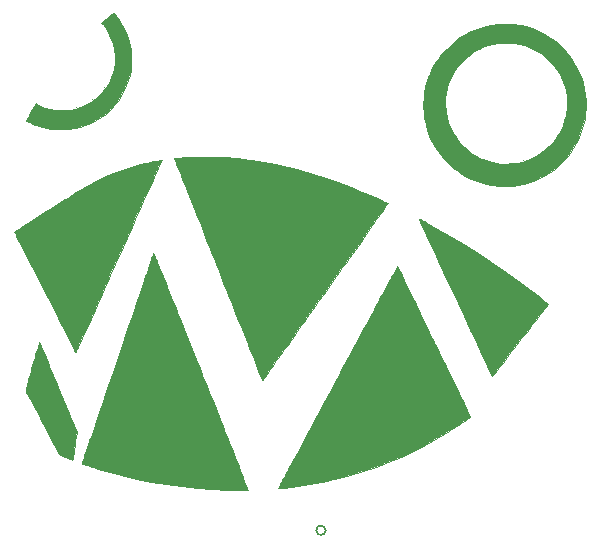
<source format=gto>
G04 #@! TF.FileFunction,Legend,Top*
%FSLAX46Y46*%
G04 Gerber Fmt 4.6, Leading zero omitted, Abs format (unit mm)*
G04 Created by KiCad (PCBNEW 4.0.7) date 07/17/18 15:25:19*
%MOMM*%
%LPD*%
G01*
G04 APERTURE LIST*
%ADD10C,0.100000*%
%ADD11C,0.010000*%
%ADD12C,0.150000*%
%ADD13C,6.400000*%
%ADD14C,2.100000*%
%ADD15O,2.100000X2.100000*%
G04 APERTURE END LIST*
D10*
D11*
G36*
X130083946Y-94505965D02*
X130092565Y-94517383D01*
X130104109Y-94536898D01*
X130119121Y-94565837D01*
X130138142Y-94605526D01*
X130161713Y-94657288D01*
X130190378Y-94722451D01*
X130224677Y-94802340D01*
X130265152Y-94898279D01*
X130312345Y-95011595D01*
X130366798Y-95143613D01*
X130429052Y-95295658D01*
X130499650Y-95469056D01*
X130579132Y-95665131D01*
X130668042Y-95885211D01*
X130766920Y-96130619D01*
X130876309Y-96402682D01*
X130996749Y-96702725D01*
X131128784Y-97032073D01*
X131272954Y-97392052D01*
X131429802Y-97783988D01*
X131599869Y-98209204D01*
X131783697Y-98669029D01*
X131981827Y-99164785D01*
X132194802Y-99697800D01*
X132319686Y-100010383D01*
X132677918Y-100907189D01*
X133026815Y-101780881D01*
X133366148Y-102630887D01*
X133695691Y-103456636D01*
X134015217Y-104257555D01*
X134324499Y-105033073D01*
X134623311Y-105782619D01*
X134911425Y-106505620D01*
X135188614Y-107201504D01*
X135454651Y-107869700D01*
X135709310Y-108509636D01*
X135952363Y-109120740D01*
X136183584Y-109702441D01*
X136402746Y-110254166D01*
X136609621Y-110775344D01*
X136803983Y-111265403D01*
X136985604Y-111723771D01*
X137154259Y-112149876D01*
X137309719Y-112543147D01*
X137451759Y-112903012D01*
X137580150Y-113228898D01*
X137694666Y-113520235D01*
X137795081Y-113776450D01*
X137881167Y-113996972D01*
X137952697Y-114181229D01*
X138009444Y-114328649D01*
X138051182Y-114438660D01*
X138077683Y-114510690D01*
X138088720Y-114544168D01*
X138088993Y-114546591D01*
X138066958Y-114549549D01*
X138007727Y-114552071D01*
X137916434Y-114554151D01*
X137798214Y-114555785D01*
X137658202Y-114556969D01*
X137501533Y-114557697D01*
X137333340Y-114557966D01*
X137158759Y-114557769D01*
X136982925Y-114557103D01*
X136810972Y-114555963D01*
X136648035Y-114554344D01*
X136499249Y-114552241D01*
X136369747Y-114549650D01*
X136315450Y-114548217D01*
X135041463Y-114490242D01*
X133762940Y-114390410D01*
X132480698Y-114248855D01*
X131195556Y-114065715D01*
X129908330Y-113841124D01*
X128619839Y-113575219D01*
X127330900Y-113268135D01*
X126042330Y-112920008D01*
X125433582Y-112741200D01*
X125244075Y-112683638D01*
X125054088Y-112625076D01*
X124867924Y-112566912D01*
X124689891Y-112510545D01*
X124524293Y-112457375D01*
X124375437Y-112408802D01*
X124247628Y-112366223D01*
X124145171Y-112331038D01*
X124072374Y-112304647D01*
X124033541Y-112288448D01*
X124028199Y-112284525D01*
X124034907Y-112263412D01*
X124054440Y-112204838D01*
X124085919Y-112111393D01*
X124128462Y-111985671D01*
X124181187Y-111830261D01*
X124243214Y-111647754D01*
X124313660Y-111440743D01*
X124391645Y-111211819D01*
X124476288Y-110963572D01*
X124566706Y-110698595D01*
X124662018Y-110419478D01*
X124761344Y-110128812D01*
X124771175Y-110100054D01*
X124943971Y-109594371D01*
X125122484Y-109071508D01*
X125307220Y-108529983D01*
X125498682Y-107968310D01*
X125697374Y-107385008D01*
X125903801Y-106778593D01*
X126118467Y-106147581D01*
X126341875Y-105490490D01*
X126574530Y-104805835D01*
X126816936Y-104092134D01*
X127069597Y-103347903D01*
X127333017Y-102571658D01*
X127607700Y-101761918D01*
X127894151Y-100917197D01*
X128192874Y-100036014D01*
X128504372Y-99116884D01*
X128653463Y-98676883D01*
X128790258Y-98273199D01*
X128923624Y-97879749D01*
X129052908Y-97498446D01*
X129177461Y-97131206D01*
X129296632Y-96779942D01*
X129409770Y-96446568D01*
X129516227Y-96133000D01*
X129615350Y-95841151D01*
X129706489Y-95572936D01*
X129788994Y-95330269D01*
X129862215Y-95115065D01*
X129925502Y-94929237D01*
X129978203Y-94774701D01*
X130019668Y-94653370D01*
X130049247Y-94567159D01*
X130066289Y-94517982D01*
X130070227Y-94507050D01*
X130073319Y-94502124D01*
X130077712Y-94501321D01*
X130083946Y-94505965D01*
X130083946Y-94505965D01*
G37*
X130083946Y-94505965D02*
X130092565Y-94517383D01*
X130104109Y-94536898D01*
X130119121Y-94565837D01*
X130138142Y-94605526D01*
X130161713Y-94657288D01*
X130190378Y-94722451D01*
X130224677Y-94802340D01*
X130265152Y-94898279D01*
X130312345Y-95011595D01*
X130366798Y-95143613D01*
X130429052Y-95295658D01*
X130499650Y-95469056D01*
X130579132Y-95665131D01*
X130668042Y-95885211D01*
X130766920Y-96130619D01*
X130876309Y-96402682D01*
X130996749Y-96702725D01*
X131128784Y-97032073D01*
X131272954Y-97392052D01*
X131429802Y-97783988D01*
X131599869Y-98209204D01*
X131783697Y-98669029D01*
X131981827Y-99164785D01*
X132194802Y-99697800D01*
X132319686Y-100010383D01*
X132677918Y-100907189D01*
X133026815Y-101780881D01*
X133366148Y-102630887D01*
X133695691Y-103456636D01*
X134015217Y-104257555D01*
X134324499Y-105033073D01*
X134623311Y-105782619D01*
X134911425Y-106505620D01*
X135188614Y-107201504D01*
X135454651Y-107869700D01*
X135709310Y-108509636D01*
X135952363Y-109120740D01*
X136183584Y-109702441D01*
X136402746Y-110254166D01*
X136609621Y-110775344D01*
X136803983Y-111265403D01*
X136985604Y-111723771D01*
X137154259Y-112149876D01*
X137309719Y-112543147D01*
X137451759Y-112903012D01*
X137580150Y-113228898D01*
X137694666Y-113520235D01*
X137795081Y-113776450D01*
X137881167Y-113996972D01*
X137952697Y-114181229D01*
X138009444Y-114328649D01*
X138051182Y-114438660D01*
X138077683Y-114510690D01*
X138088720Y-114544168D01*
X138088993Y-114546591D01*
X138066958Y-114549549D01*
X138007727Y-114552071D01*
X137916434Y-114554151D01*
X137798214Y-114555785D01*
X137658202Y-114556969D01*
X137501533Y-114557697D01*
X137333340Y-114557966D01*
X137158759Y-114557769D01*
X136982925Y-114557103D01*
X136810972Y-114555963D01*
X136648035Y-114554344D01*
X136499249Y-114552241D01*
X136369747Y-114549650D01*
X136315450Y-114548217D01*
X135041463Y-114490242D01*
X133762940Y-114390410D01*
X132480698Y-114248855D01*
X131195556Y-114065715D01*
X129908330Y-113841124D01*
X128619839Y-113575219D01*
X127330900Y-113268135D01*
X126042330Y-112920008D01*
X125433582Y-112741200D01*
X125244075Y-112683638D01*
X125054088Y-112625076D01*
X124867924Y-112566912D01*
X124689891Y-112510545D01*
X124524293Y-112457375D01*
X124375437Y-112408802D01*
X124247628Y-112366223D01*
X124145171Y-112331038D01*
X124072374Y-112304647D01*
X124033541Y-112288448D01*
X124028199Y-112284525D01*
X124034907Y-112263412D01*
X124054440Y-112204838D01*
X124085919Y-112111393D01*
X124128462Y-111985671D01*
X124181187Y-111830261D01*
X124243214Y-111647754D01*
X124313660Y-111440743D01*
X124391645Y-111211819D01*
X124476288Y-110963572D01*
X124566706Y-110698595D01*
X124662018Y-110419478D01*
X124761344Y-110128812D01*
X124771175Y-110100054D01*
X124943971Y-109594371D01*
X125122484Y-109071508D01*
X125307220Y-108529983D01*
X125498682Y-107968310D01*
X125697374Y-107385008D01*
X125903801Y-106778593D01*
X126118467Y-106147581D01*
X126341875Y-105490490D01*
X126574530Y-104805835D01*
X126816936Y-104092134D01*
X127069597Y-103347903D01*
X127333017Y-102571658D01*
X127607700Y-101761918D01*
X127894151Y-100917197D01*
X128192874Y-100036014D01*
X128504372Y-99116884D01*
X128653463Y-98676883D01*
X128790258Y-98273199D01*
X128923624Y-97879749D01*
X129052908Y-97498446D01*
X129177461Y-97131206D01*
X129296632Y-96779942D01*
X129409770Y-96446568D01*
X129516227Y-96133000D01*
X129615350Y-95841151D01*
X129706489Y-95572936D01*
X129788994Y-95330269D01*
X129862215Y-95115065D01*
X129925502Y-94929237D01*
X129978203Y-94774701D01*
X130019668Y-94653370D01*
X130049247Y-94567159D01*
X130066289Y-94517982D01*
X130070227Y-94507050D01*
X130073319Y-94502124D01*
X130077712Y-94501321D01*
X130083946Y-94505965D01*
G36*
X150751332Y-95637023D02*
X150778929Y-95690534D01*
X150821754Y-95775807D01*
X150878237Y-95889652D01*
X150946809Y-96028880D01*
X151025900Y-96190301D01*
X151113940Y-96370725D01*
X151209361Y-96566963D01*
X151310593Y-96775826D01*
X151342027Y-96840813D01*
X151411029Y-96983467D01*
X151497277Y-97161654D01*
X151599532Y-97372824D01*
X151716559Y-97614424D01*
X151847121Y-97883902D01*
X151989979Y-98178707D01*
X152143898Y-98496287D01*
X152307640Y-98834090D01*
X152479968Y-99189565D01*
X152659645Y-99560159D01*
X152845435Y-99943321D01*
X153036100Y-100336499D01*
X153230403Y-100737141D01*
X153427106Y-101142695D01*
X153624975Y-101550611D01*
X153822770Y-101958335D01*
X153873815Y-102063550D01*
X154070701Y-102469374D01*
X154267598Y-102875238D01*
X154463299Y-103278649D01*
X154656594Y-103677116D01*
X154846274Y-104068145D01*
X155031133Y-104449246D01*
X155209959Y-104817927D01*
X155381546Y-105171694D01*
X155544683Y-105508057D01*
X155698163Y-105824523D01*
X155840778Y-106118601D01*
X155971317Y-106387797D01*
X156088573Y-106629621D01*
X156191337Y-106841580D01*
X156278400Y-107021183D01*
X156348554Y-107165936D01*
X156366087Y-107202122D01*
X156917481Y-108340194D01*
X156706143Y-108490036D01*
X156551571Y-108598011D01*
X156368997Y-108722854D01*
X156166470Y-108859244D01*
X155952040Y-109001857D01*
X155733754Y-109145369D01*
X155519661Y-109284457D01*
X155317811Y-109413798D01*
X155143200Y-109523744D01*
X154129368Y-110131809D01*
X153106661Y-110698714D01*
X152074036Y-111224903D01*
X151030452Y-111710820D01*
X149974870Y-112156906D01*
X148906248Y-112563604D01*
X147823544Y-112931359D01*
X146725720Y-113260611D01*
X145766366Y-113513892D01*
X145254969Y-113637470D01*
X144758739Y-113750725D01*
X144271062Y-113854824D01*
X143785325Y-113950938D01*
X143294917Y-114040232D01*
X142793223Y-114123877D01*
X142273632Y-114203040D01*
X141729530Y-114278890D01*
X141154304Y-114352594D01*
X140732629Y-114403180D01*
X140641308Y-114413863D01*
X140725096Y-114260623D01*
X140745529Y-114222809D01*
X140784592Y-114150072D01*
X140840987Y-114044838D01*
X140913417Y-113909536D01*
X141000585Y-113746592D01*
X141101193Y-113558432D01*
X141213944Y-113347485D01*
X141337542Y-113116177D01*
X141470688Y-112866935D01*
X141612085Y-112602186D01*
X141760437Y-112324357D01*
X141914446Y-112035876D01*
X142062826Y-111757883D01*
X142404445Y-111117934D01*
X142746929Y-110476631D01*
X143089695Y-109835061D01*
X143432159Y-109194311D01*
X143773736Y-108555468D01*
X144113843Y-107919617D01*
X144451894Y-107287846D01*
X144787306Y-106661240D01*
X145119495Y-106040888D01*
X145447876Y-105427875D01*
X145771865Y-104823288D01*
X146090878Y-104228214D01*
X146404330Y-103643739D01*
X146711637Y-103070949D01*
X147012215Y-102510932D01*
X147305481Y-101964774D01*
X147590848Y-101433562D01*
X147867734Y-100918382D01*
X148135555Y-100420321D01*
X148393724Y-99940466D01*
X148641660Y-99479902D01*
X148878777Y-99039718D01*
X149104491Y-98620998D01*
X149318217Y-98224831D01*
X149519373Y-97852302D01*
X149707372Y-97504499D01*
X149881632Y-97182507D01*
X150041568Y-96887414D01*
X150186595Y-96620305D01*
X150316130Y-96382269D01*
X150429588Y-96174390D01*
X150526385Y-95997757D01*
X150605936Y-95853455D01*
X150667658Y-95742571D01*
X150710967Y-95666192D01*
X150735277Y-95625404D01*
X150740533Y-95618464D01*
X150751332Y-95637023D01*
X150751332Y-95637023D01*
G37*
X150751332Y-95637023D02*
X150778929Y-95690534D01*
X150821754Y-95775807D01*
X150878237Y-95889652D01*
X150946809Y-96028880D01*
X151025900Y-96190301D01*
X151113940Y-96370725D01*
X151209361Y-96566963D01*
X151310593Y-96775826D01*
X151342027Y-96840813D01*
X151411029Y-96983467D01*
X151497277Y-97161654D01*
X151599532Y-97372824D01*
X151716559Y-97614424D01*
X151847121Y-97883902D01*
X151989979Y-98178707D01*
X152143898Y-98496287D01*
X152307640Y-98834090D01*
X152479968Y-99189565D01*
X152659645Y-99560159D01*
X152845435Y-99943321D01*
X153036100Y-100336499D01*
X153230403Y-100737141D01*
X153427106Y-101142695D01*
X153624975Y-101550611D01*
X153822770Y-101958335D01*
X153873815Y-102063550D01*
X154070701Y-102469374D01*
X154267598Y-102875238D01*
X154463299Y-103278649D01*
X154656594Y-103677116D01*
X154846274Y-104068145D01*
X155031133Y-104449246D01*
X155209959Y-104817927D01*
X155381546Y-105171694D01*
X155544683Y-105508057D01*
X155698163Y-105824523D01*
X155840778Y-106118601D01*
X155971317Y-106387797D01*
X156088573Y-106629621D01*
X156191337Y-106841580D01*
X156278400Y-107021183D01*
X156348554Y-107165936D01*
X156366087Y-107202122D01*
X156917481Y-108340194D01*
X156706143Y-108490036D01*
X156551571Y-108598011D01*
X156368997Y-108722854D01*
X156166470Y-108859244D01*
X155952040Y-109001857D01*
X155733754Y-109145369D01*
X155519661Y-109284457D01*
X155317811Y-109413798D01*
X155143200Y-109523744D01*
X154129368Y-110131809D01*
X153106661Y-110698714D01*
X152074036Y-111224903D01*
X151030452Y-111710820D01*
X149974870Y-112156906D01*
X148906248Y-112563604D01*
X147823544Y-112931359D01*
X146725720Y-113260611D01*
X145766366Y-113513892D01*
X145254969Y-113637470D01*
X144758739Y-113750725D01*
X144271062Y-113854824D01*
X143785325Y-113950938D01*
X143294917Y-114040232D01*
X142793223Y-114123877D01*
X142273632Y-114203040D01*
X141729530Y-114278890D01*
X141154304Y-114352594D01*
X140732629Y-114403180D01*
X140641308Y-114413863D01*
X140725096Y-114260623D01*
X140745529Y-114222809D01*
X140784592Y-114150072D01*
X140840987Y-114044838D01*
X140913417Y-113909536D01*
X141000585Y-113746592D01*
X141101193Y-113558432D01*
X141213944Y-113347485D01*
X141337542Y-113116177D01*
X141470688Y-112866935D01*
X141612085Y-112602186D01*
X141760437Y-112324357D01*
X141914446Y-112035876D01*
X142062826Y-111757883D01*
X142404445Y-111117934D01*
X142746929Y-110476631D01*
X143089695Y-109835061D01*
X143432159Y-109194311D01*
X143773736Y-108555468D01*
X144113843Y-107919617D01*
X144451894Y-107287846D01*
X144787306Y-106661240D01*
X145119495Y-106040888D01*
X145447876Y-105427875D01*
X145771865Y-104823288D01*
X146090878Y-104228214D01*
X146404330Y-103643739D01*
X146711637Y-103070949D01*
X147012215Y-102510932D01*
X147305481Y-101964774D01*
X147590848Y-101433562D01*
X147867734Y-100918382D01*
X148135555Y-100420321D01*
X148393724Y-99940466D01*
X148641660Y-99479902D01*
X148878777Y-99039718D01*
X149104491Y-98620998D01*
X149318217Y-98224831D01*
X149519373Y-97852302D01*
X149707372Y-97504499D01*
X149881632Y-97182507D01*
X150041568Y-96887414D01*
X150186595Y-96620305D01*
X150316130Y-96382269D01*
X150429588Y-96174390D01*
X150526385Y-95997757D01*
X150605936Y-95853455D01*
X150667658Y-95742571D01*
X150710967Y-95666192D01*
X150735277Y-95625404D01*
X150740533Y-95618464D01*
X150751332Y-95637023D01*
G36*
X120441160Y-102047808D02*
X120466611Y-102105476D01*
X120504916Y-102194497D01*
X120554427Y-102310982D01*
X120613499Y-102451041D01*
X120680484Y-102610783D01*
X120753736Y-102786319D01*
X120831592Y-102973716D01*
X120891304Y-103117767D01*
X120965658Y-103297160D01*
X121053093Y-103508128D01*
X121152046Y-103746905D01*
X121260958Y-104009724D01*
X121378268Y-104292816D01*
X121502413Y-104592415D01*
X121631834Y-104904753D01*
X121764969Y-105226064D01*
X121900258Y-105552581D01*
X122036138Y-105880535D01*
X122171050Y-106206160D01*
X122208637Y-106296883D01*
X122338435Y-106610164D01*
X122466620Y-106919532D01*
X122591929Y-107221942D01*
X122713101Y-107514351D01*
X122828874Y-107793712D01*
X122937985Y-108056981D01*
X123039173Y-108301113D01*
X123131175Y-108523063D01*
X123212730Y-108719786D01*
X123282575Y-108888238D01*
X123339449Y-109025373D01*
X123382090Y-109128148D01*
X123399272Y-109169536D01*
X123598958Y-109650356D01*
X123487327Y-110428953D01*
X123457036Y-110637810D01*
X123426235Y-110845730D01*
X123395609Y-111048431D01*
X123365845Y-111241632D01*
X123337628Y-111421053D01*
X123311642Y-111582413D01*
X123288575Y-111721431D01*
X123269111Y-111833827D01*
X123253936Y-111915321D01*
X123243736Y-111961631D01*
X123240416Y-111970638D01*
X123219486Y-111965733D01*
X123164982Y-111948207D01*
X123083023Y-111920161D01*
X122979728Y-111883694D01*
X122861215Y-111840906D01*
X122842565Y-111834095D01*
X122705097Y-111783206D01*
X122565908Y-111730604D01*
X122435786Y-111680443D01*
X122325517Y-111636874D01*
X122255202Y-111608016D01*
X122059121Y-111525050D01*
X121563556Y-110530216D01*
X121454169Y-110312085D01*
X121328953Y-110064906D01*
X121192150Y-109796906D01*
X121048000Y-109516312D01*
X120900743Y-109231349D01*
X120754621Y-108950244D01*
X120613875Y-108681224D01*
X120482745Y-108432515D01*
X120461468Y-108392383D01*
X120284559Y-108058461D01*
X120119040Y-107744966D01*
X119965708Y-107453443D01*
X119825362Y-107185440D01*
X119698799Y-106942502D01*
X119586818Y-106726178D01*
X119490216Y-106538012D01*
X119409791Y-106379552D01*
X119346341Y-106252345D01*
X119300664Y-106157936D01*
X119273558Y-106097873D01*
X119265700Y-106074556D01*
X119271375Y-106047207D01*
X119287766Y-105983252D01*
X119313919Y-105886006D01*
X119348880Y-105758787D01*
X119391695Y-105604909D01*
X119441411Y-105427691D01*
X119497074Y-105230446D01*
X119557730Y-105016493D01*
X119622425Y-104789147D01*
X119690206Y-104551725D01*
X119760119Y-104307542D01*
X119831211Y-104059915D01*
X119902527Y-103812160D01*
X119973113Y-103567593D01*
X120042017Y-103329531D01*
X120108285Y-103101290D01*
X120170962Y-102886185D01*
X120229095Y-102687534D01*
X120281730Y-102508653D01*
X120327914Y-102352857D01*
X120366692Y-102223463D01*
X120397112Y-102123787D01*
X120418219Y-102057145D01*
X120429060Y-102026854D01*
X120430208Y-102025383D01*
X120441160Y-102047808D01*
X120441160Y-102047808D01*
G37*
X120441160Y-102047808D02*
X120466611Y-102105476D01*
X120504916Y-102194497D01*
X120554427Y-102310982D01*
X120613499Y-102451041D01*
X120680484Y-102610783D01*
X120753736Y-102786319D01*
X120831592Y-102973716D01*
X120891304Y-103117767D01*
X120965658Y-103297160D01*
X121053093Y-103508128D01*
X121152046Y-103746905D01*
X121260958Y-104009724D01*
X121378268Y-104292816D01*
X121502413Y-104592415D01*
X121631834Y-104904753D01*
X121764969Y-105226064D01*
X121900258Y-105552581D01*
X122036138Y-105880535D01*
X122171050Y-106206160D01*
X122208637Y-106296883D01*
X122338435Y-106610164D01*
X122466620Y-106919532D01*
X122591929Y-107221942D01*
X122713101Y-107514351D01*
X122828874Y-107793712D01*
X122937985Y-108056981D01*
X123039173Y-108301113D01*
X123131175Y-108523063D01*
X123212730Y-108719786D01*
X123282575Y-108888238D01*
X123339449Y-109025373D01*
X123382090Y-109128148D01*
X123399272Y-109169536D01*
X123598958Y-109650356D01*
X123487327Y-110428953D01*
X123457036Y-110637810D01*
X123426235Y-110845730D01*
X123395609Y-111048431D01*
X123365845Y-111241632D01*
X123337628Y-111421053D01*
X123311642Y-111582413D01*
X123288575Y-111721431D01*
X123269111Y-111833827D01*
X123253936Y-111915321D01*
X123243736Y-111961631D01*
X123240416Y-111970638D01*
X123219486Y-111965733D01*
X123164982Y-111948207D01*
X123083023Y-111920161D01*
X122979728Y-111883694D01*
X122861215Y-111840906D01*
X122842565Y-111834095D01*
X122705097Y-111783206D01*
X122565908Y-111730604D01*
X122435786Y-111680443D01*
X122325517Y-111636874D01*
X122255202Y-111608016D01*
X122059121Y-111525050D01*
X121563556Y-110530216D01*
X121454169Y-110312085D01*
X121328953Y-110064906D01*
X121192150Y-109796906D01*
X121048000Y-109516312D01*
X120900743Y-109231349D01*
X120754621Y-108950244D01*
X120613875Y-108681224D01*
X120482745Y-108432515D01*
X120461468Y-108392383D01*
X120284559Y-108058461D01*
X120119040Y-107744966D01*
X119965708Y-107453443D01*
X119825362Y-107185440D01*
X119698799Y-106942502D01*
X119586818Y-106726178D01*
X119490216Y-106538012D01*
X119409791Y-106379552D01*
X119346341Y-106252345D01*
X119300664Y-106157936D01*
X119273558Y-106097873D01*
X119265700Y-106074556D01*
X119271375Y-106047207D01*
X119287766Y-105983252D01*
X119313919Y-105886006D01*
X119348880Y-105758787D01*
X119391695Y-105604909D01*
X119441411Y-105427691D01*
X119497074Y-105230446D01*
X119557730Y-105016493D01*
X119622425Y-104789147D01*
X119690206Y-104551725D01*
X119760119Y-104307542D01*
X119831211Y-104059915D01*
X119902527Y-103812160D01*
X119973113Y-103567593D01*
X120042017Y-103329531D01*
X120108285Y-103101290D01*
X120170962Y-102886185D01*
X120229095Y-102687534D01*
X120281730Y-102508653D01*
X120327914Y-102352857D01*
X120366692Y-102223463D01*
X120397112Y-102123787D01*
X120418219Y-102057145D01*
X120429060Y-102026854D01*
X120430208Y-102025383D01*
X120441160Y-102047808D01*
G36*
X135148331Y-86320454D02*
X136157176Y-86365568D01*
X137178916Y-86450149D01*
X138212833Y-86574162D01*
X138336866Y-86591575D01*
X139359374Y-86755131D01*
X140397740Y-86956317D01*
X141449742Y-87194489D01*
X142513157Y-87468999D01*
X143585760Y-87779201D01*
X144665328Y-88124451D01*
X145749638Y-88504100D01*
X146836466Y-88917504D01*
X147923589Y-89364016D01*
X148020616Y-89405481D01*
X148214335Y-89489095D01*
X148413752Y-89576197D01*
X148615131Y-89665076D01*
X148814735Y-89754017D01*
X149008828Y-89841308D01*
X149193676Y-89925235D01*
X149365540Y-90004085D01*
X149520687Y-90076146D01*
X149655379Y-90139703D01*
X149765880Y-90193044D01*
X149848455Y-90234455D01*
X149899368Y-90262223D01*
X149915033Y-90274202D01*
X149903060Y-90293086D01*
X149868269Y-90344075D01*
X149812355Y-90424760D01*
X149737011Y-90532731D01*
X149643931Y-90665577D01*
X149534809Y-90820890D01*
X149411338Y-90996259D01*
X149275212Y-91189274D01*
X149128124Y-91397525D01*
X148971769Y-91618602D01*
X148807840Y-91850096D01*
X148764886Y-91910708D01*
X148623580Y-92110106D01*
X148460064Y-92340913D01*
X148276572Y-92599970D01*
X148075339Y-92884123D01*
X147858599Y-93190216D01*
X147628584Y-93515092D01*
X147387531Y-93855596D01*
X147137671Y-94208572D01*
X146881240Y-94570864D01*
X146620472Y-94939315D01*
X146357600Y-95310771D01*
X146094858Y-95682075D01*
X145834481Y-96050071D01*
X145578702Y-96411603D01*
X145413675Y-96644883D01*
X145041672Y-97170721D01*
X144693041Y-97663439D01*
X144366741Y-98124503D01*
X144061733Y-98555379D01*
X143776976Y-98957531D01*
X143511430Y-99332427D01*
X143264055Y-99681531D01*
X143033810Y-100006309D01*
X142819655Y-100308227D01*
X142620549Y-100588750D01*
X142435453Y-100849344D01*
X142263326Y-101091474D01*
X142103128Y-101316607D01*
X141953818Y-101526208D01*
X141814356Y-101721742D01*
X141683703Y-101904676D01*
X141560817Y-102076474D01*
X141444658Y-102238603D01*
X141334186Y-102392527D01*
X141322466Y-102408842D01*
X141222832Y-102547990D01*
X141102994Y-102716152D01*
X140966980Y-102907632D01*
X140818821Y-103116733D01*
X140662544Y-103337759D01*
X140502180Y-103565013D01*
X140341757Y-103792799D01*
X140185305Y-104015420D01*
X140091292Y-104149457D01*
X139956696Y-104341244D01*
X139829185Y-104522407D01*
X139710838Y-104690026D01*
X139603737Y-104841180D01*
X139509961Y-104972947D01*
X139431589Y-105082406D01*
X139370703Y-105166638D01*
X139329383Y-105222721D01*
X139309707Y-105247734D01*
X139308423Y-105248790D01*
X139298991Y-105229606D01*
X139274945Y-105173686D01*
X139237341Y-105083623D01*
X139187229Y-104962010D01*
X139125663Y-104811439D01*
X139053695Y-104634503D01*
X138972379Y-104433794D01*
X138882766Y-104211906D01*
X138785911Y-103971430D01*
X138682864Y-103714959D01*
X138574681Y-103445086D01*
X138485599Y-103222425D01*
X138352651Y-102889589D01*
X138210697Y-102533755D01*
X138060321Y-102156407D01*
X137902110Y-101759029D01*
X137736650Y-101343106D01*
X137564527Y-100910120D01*
X137386328Y-100461558D01*
X137202637Y-99998902D01*
X137014041Y-99523637D01*
X136821126Y-99037248D01*
X136624479Y-98541218D01*
X136424684Y-98037032D01*
X136222329Y-97526174D01*
X136017998Y-97010128D01*
X135812278Y-96490379D01*
X135605756Y-95968410D01*
X135399017Y-95445707D01*
X135192646Y-94923752D01*
X134987231Y-94404031D01*
X134783356Y-93888028D01*
X134581609Y-93377226D01*
X134382575Y-92873111D01*
X134186839Y-92377166D01*
X133994989Y-91890875D01*
X133807610Y-91415723D01*
X133625288Y-90953194D01*
X133448609Y-90504773D01*
X133278159Y-90071943D01*
X133114524Y-89656188D01*
X132958290Y-89258994D01*
X132810043Y-88881843D01*
X132670369Y-88526221D01*
X132539854Y-88193612D01*
X132419084Y-87885499D01*
X132308645Y-87603367D01*
X132209123Y-87348701D01*
X132121105Y-87122984D01*
X132045175Y-86927701D01*
X131981920Y-86764336D01*
X131931927Y-86634373D01*
X131895780Y-86539297D01*
X131874066Y-86480591D01*
X131867372Y-86459740D01*
X131867380Y-86459730D01*
X131890914Y-86454888D01*
X131950754Y-86447514D01*
X132040985Y-86438110D01*
X132155690Y-86427179D01*
X132288950Y-86415225D01*
X132434850Y-86402751D01*
X132587472Y-86390260D01*
X132740900Y-86378256D01*
X132889215Y-86367241D01*
X133026502Y-86357720D01*
X133146843Y-86350194D01*
X133172200Y-86348760D01*
X134153099Y-86314840D01*
X135148331Y-86320454D01*
X135148331Y-86320454D01*
G37*
X135148331Y-86320454D02*
X136157176Y-86365568D01*
X137178916Y-86450149D01*
X138212833Y-86574162D01*
X138336866Y-86591575D01*
X139359374Y-86755131D01*
X140397740Y-86956317D01*
X141449742Y-87194489D01*
X142513157Y-87468999D01*
X143585760Y-87779201D01*
X144665328Y-88124451D01*
X145749638Y-88504100D01*
X146836466Y-88917504D01*
X147923589Y-89364016D01*
X148020616Y-89405481D01*
X148214335Y-89489095D01*
X148413752Y-89576197D01*
X148615131Y-89665076D01*
X148814735Y-89754017D01*
X149008828Y-89841308D01*
X149193676Y-89925235D01*
X149365540Y-90004085D01*
X149520687Y-90076146D01*
X149655379Y-90139703D01*
X149765880Y-90193044D01*
X149848455Y-90234455D01*
X149899368Y-90262223D01*
X149915033Y-90274202D01*
X149903060Y-90293086D01*
X149868269Y-90344075D01*
X149812355Y-90424760D01*
X149737011Y-90532731D01*
X149643931Y-90665577D01*
X149534809Y-90820890D01*
X149411338Y-90996259D01*
X149275212Y-91189274D01*
X149128124Y-91397525D01*
X148971769Y-91618602D01*
X148807840Y-91850096D01*
X148764886Y-91910708D01*
X148623580Y-92110106D01*
X148460064Y-92340913D01*
X148276572Y-92599970D01*
X148075339Y-92884123D01*
X147858599Y-93190216D01*
X147628584Y-93515092D01*
X147387531Y-93855596D01*
X147137671Y-94208572D01*
X146881240Y-94570864D01*
X146620472Y-94939315D01*
X146357600Y-95310771D01*
X146094858Y-95682075D01*
X145834481Y-96050071D01*
X145578702Y-96411603D01*
X145413675Y-96644883D01*
X145041672Y-97170721D01*
X144693041Y-97663439D01*
X144366741Y-98124503D01*
X144061733Y-98555379D01*
X143776976Y-98957531D01*
X143511430Y-99332427D01*
X143264055Y-99681531D01*
X143033810Y-100006309D01*
X142819655Y-100308227D01*
X142620549Y-100588750D01*
X142435453Y-100849344D01*
X142263326Y-101091474D01*
X142103128Y-101316607D01*
X141953818Y-101526208D01*
X141814356Y-101721742D01*
X141683703Y-101904676D01*
X141560817Y-102076474D01*
X141444658Y-102238603D01*
X141334186Y-102392527D01*
X141322466Y-102408842D01*
X141222832Y-102547990D01*
X141102994Y-102716152D01*
X140966980Y-102907632D01*
X140818821Y-103116733D01*
X140662544Y-103337759D01*
X140502180Y-103565013D01*
X140341757Y-103792799D01*
X140185305Y-104015420D01*
X140091292Y-104149457D01*
X139956696Y-104341244D01*
X139829185Y-104522407D01*
X139710838Y-104690026D01*
X139603737Y-104841180D01*
X139509961Y-104972947D01*
X139431589Y-105082406D01*
X139370703Y-105166638D01*
X139329383Y-105222721D01*
X139309707Y-105247734D01*
X139308423Y-105248790D01*
X139298991Y-105229606D01*
X139274945Y-105173686D01*
X139237341Y-105083623D01*
X139187229Y-104962010D01*
X139125663Y-104811439D01*
X139053695Y-104634503D01*
X138972379Y-104433794D01*
X138882766Y-104211906D01*
X138785911Y-103971430D01*
X138682864Y-103714959D01*
X138574681Y-103445086D01*
X138485599Y-103222425D01*
X138352651Y-102889589D01*
X138210697Y-102533755D01*
X138060321Y-102156407D01*
X137902110Y-101759029D01*
X137736650Y-101343106D01*
X137564527Y-100910120D01*
X137386328Y-100461558D01*
X137202637Y-99998902D01*
X137014041Y-99523637D01*
X136821126Y-99037248D01*
X136624479Y-98541218D01*
X136424684Y-98037032D01*
X136222329Y-97526174D01*
X136017998Y-97010128D01*
X135812278Y-96490379D01*
X135605756Y-95968410D01*
X135399017Y-95445707D01*
X135192646Y-94923752D01*
X134987231Y-94404031D01*
X134783356Y-93888028D01*
X134581609Y-93377226D01*
X134382575Y-92873111D01*
X134186839Y-92377166D01*
X133994989Y-91890875D01*
X133807610Y-91415723D01*
X133625288Y-90953194D01*
X133448609Y-90504773D01*
X133278159Y-90071943D01*
X133114524Y-89656188D01*
X132958290Y-89258994D01*
X132810043Y-88881843D01*
X132670369Y-88526221D01*
X132539854Y-88193612D01*
X132419084Y-87885499D01*
X132308645Y-87603367D01*
X132209123Y-87348701D01*
X132121105Y-87122984D01*
X132045175Y-86927701D01*
X131981920Y-86764336D01*
X131931927Y-86634373D01*
X131895780Y-86539297D01*
X131874066Y-86480591D01*
X131867372Y-86459740D01*
X131867380Y-86459730D01*
X131890914Y-86454888D01*
X131950754Y-86447514D01*
X132040985Y-86438110D01*
X132155690Y-86427179D01*
X132288950Y-86415225D01*
X132434850Y-86402751D01*
X132587472Y-86390260D01*
X132740900Y-86378256D01*
X132889215Y-86367241D01*
X133026502Y-86357720D01*
X133146843Y-86350194D01*
X133172200Y-86348760D01*
X134153099Y-86314840D01*
X135148331Y-86320454D01*
G36*
X152584222Y-91575118D02*
X152610664Y-91584645D01*
X152652053Y-91603546D01*
X152711256Y-91633292D01*
X152791139Y-91675350D01*
X152894570Y-91731190D01*
X153024416Y-91802279D01*
X153183544Y-91890086D01*
X153374820Y-91996080D01*
X153523950Y-92078870D01*
X154882566Y-92854089D01*
X156238518Y-93668845D01*
X157587646Y-94520368D01*
X158925792Y-95405889D01*
X160248797Y-96322637D01*
X161552503Y-97267842D01*
X162832751Y-98238736D01*
X163186533Y-98514877D01*
X163284208Y-98592209D01*
X163369754Y-98661096D01*
X163437802Y-98717121D01*
X163482983Y-98755865D01*
X163499875Y-98772740D01*
X163487641Y-98790375D01*
X163451027Y-98839433D01*
X163391600Y-98917886D01*
X163310928Y-99023707D01*
X163210578Y-99154869D01*
X163092116Y-99309345D01*
X162957110Y-99485107D01*
X162807127Y-99680129D01*
X162643734Y-99892384D01*
X162468498Y-100119844D01*
X162282986Y-100360483D01*
X162088766Y-100612272D01*
X161887404Y-100873186D01*
X161680468Y-101141196D01*
X161469525Y-101414277D01*
X161256141Y-101690399D01*
X161041885Y-101967537D01*
X160828322Y-102243664D01*
X160617021Y-102516752D01*
X160409548Y-102784774D01*
X160207470Y-103045702D01*
X160012355Y-103297511D01*
X159825769Y-103538172D01*
X159649281Y-103765659D01*
X159484456Y-103977944D01*
X159332862Y-104173001D01*
X159196066Y-104348802D01*
X159075636Y-104503320D01*
X158973137Y-104634527D01*
X158890138Y-104740398D01*
X158828206Y-104818904D01*
X158788907Y-104868019D01*
X158774910Y-104884689D01*
X158765316Y-104884164D01*
X158749225Y-104866422D01*
X158725265Y-104828791D01*
X158692066Y-104768599D01*
X158648257Y-104683173D01*
X158592466Y-104569841D01*
X158523323Y-104425930D01*
X158439457Y-104248768D01*
X158340592Y-104038023D01*
X158053604Y-103424201D01*
X157767851Y-102812711D01*
X157483900Y-102204772D01*
X157202318Y-101601608D01*
X156923672Y-101004440D01*
X156648529Y-100414491D01*
X156377456Y-99832982D01*
X156111019Y-99261136D01*
X155849785Y-98700175D01*
X155594322Y-98151320D01*
X155345196Y-97615795D01*
X155102973Y-97094820D01*
X154868221Y-96589618D01*
X154641507Y-96101412D01*
X154423397Y-95631423D01*
X154214458Y-95180873D01*
X154015257Y-94750984D01*
X153826361Y-94342979D01*
X153648336Y-93958080D01*
X153481751Y-93597508D01*
X153327170Y-93262485D01*
X153185162Y-92954235D01*
X153056293Y-92673978D01*
X152941130Y-92422937D01*
X152840239Y-92202334D01*
X152754188Y-92013391D01*
X152683544Y-91857331D01*
X152628873Y-91735374D01*
X152590741Y-91648744D01*
X152569717Y-91598662D01*
X152565909Y-91588104D01*
X152564712Y-91578316D01*
X152569860Y-91573498D01*
X152584222Y-91575118D01*
X152584222Y-91575118D01*
G37*
X152584222Y-91575118D02*
X152610664Y-91584645D01*
X152652053Y-91603546D01*
X152711256Y-91633292D01*
X152791139Y-91675350D01*
X152894570Y-91731190D01*
X153024416Y-91802279D01*
X153183544Y-91890086D01*
X153374820Y-91996080D01*
X153523950Y-92078870D01*
X154882566Y-92854089D01*
X156238518Y-93668845D01*
X157587646Y-94520368D01*
X158925792Y-95405889D01*
X160248797Y-96322637D01*
X161552503Y-97267842D01*
X162832751Y-98238736D01*
X163186533Y-98514877D01*
X163284208Y-98592209D01*
X163369754Y-98661096D01*
X163437802Y-98717121D01*
X163482983Y-98755865D01*
X163499875Y-98772740D01*
X163487641Y-98790375D01*
X163451027Y-98839433D01*
X163391600Y-98917886D01*
X163310928Y-99023707D01*
X163210578Y-99154869D01*
X163092116Y-99309345D01*
X162957110Y-99485107D01*
X162807127Y-99680129D01*
X162643734Y-99892384D01*
X162468498Y-100119844D01*
X162282986Y-100360483D01*
X162088766Y-100612272D01*
X161887404Y-100873186D01*
X161680468Y-101141196D01*
X161469525Y-101414277D01*
X161256141Y-101690399D01*
X161041885Y-101967537D01*
X160828322Y-102243664D01*
X160617021Y-102516752D01*
X160409548Y-102784774D01*
X160207470Y-103045702D01*
X160012355Y-103297511D01*
X159825769Y-103538172D01*
X159649281Y-103765659D01*
X159484456Y-103977944D01*
X159332862Y-104173001D01*
X159196066Y-104348802D01*
X159075636Y-104503320D01*
X158973137Y-104634527D01*
X158890138Y-104740398D01*
X158828206Y-104818904D01*
X158788907Y-104868019D01*
X158774910Y-104884689D01*
X158765316Y-104884164D01*
X158749225Y-104866422D01*
X158725265Y-104828791D01*
X158692066Y-104768599D01*
X158648257Y-104683173D01*
X158592466Y-104569841D01*
X158523323Y-104425930D01*
X158439457Y-104248768D01*
X158340592Y-104038023D01*
X158053604Y-103424201D01*
X157767851Y-102812711D01*
X157483900Y-102204772D01*
X157202318Y-101601608D01*
X156923672Y-101004440D01*
X156648529Y-100414491D01*
X156377456Y-99832982D01*
X156111019Y-99261136D01*
X155849785Y-98700175D01*
X155594322Y-98151320D01*
X155345196Y-97615795D01*
X155102973Y-97094820D01*
X154868221Y-96589618D01*
X154641507Y-96101412D01*
X154423397Y-95631423D01*
X154214458Y-95180873D01*
X154015257Y-94750984D01*
X153826361Y-94342979D01*
X153648336Y-93958080D01*
X153481751Y-93597508D01*
X153327170Y-93262485D01*
X153185162Y-92954235D01*
X153056293Y-92673978D01*
X152941130Y-92422937D01*
X152840239Y-92202334D01*
X152754188Y-92013391D01*
X152683544Y-91857331D01*
X152628873Y-91735374D01*
X152590741Y-91648744D01*
X152569717Y-91598662D01*
X152565909Y-91588104D01*
X152564712Y-91578316D01*
X152569860Y-91573498D01*
X152584222Y-91575118D01*
G36*
X130789211Y-86604999D02*
X130780939Y-86624432D01*
X130756037Y-86680955D01*
X130715197Y-86773025D01*
X130659108Y-86899104D01*
X130588460Y-87057650D01*
X130503942Y-87247123D01*
X130406245Y-87465984D01*
X130296058Y-87712691D01*
X130174072Y-87985705D01*
X130040976Y-88283486D01*
X129897459Y-88604493D01*
X129744212Y-88947185D01*
X129581925Y-89310023D01*
X129411288Y-89691466D01*
X129232989Y-90089975D01*
X129047720Y-90504008D01*
X128856170Y-90932026D01*
X128659028Y-91372488D01*
X128456986Y-91823854D01*
X128250732Y-92284584D01*
X128040956Y-92753137D01*
X127828349Y-93227973D01*
X127613599Y-93707553D01*
X127397398Y-94190335D01*
X127180434Y-94674779D01*
X126963398Y-95159346D01*
X126746979Y-95642495D01*
X126531868Y-96122685D01*
X126318754Y-96598377D01*
X126108327Y-97068030D01*
X125901277Y-97530103D01*
X125698294Y-97983057D01*
X125500067Y-98425352D01*
X125307286Y-98855447D01*
X125120642Y-99271801D01*
X124940824Y-99672875D01*
X124768522Y-100057128D01*
X124604426Y-100423020D01*
X124449225Y-100769012D01*
X124303610Y-101093561D01*
X124168270Y-101395129D01*
X124043895Y-101672175D01*
X123931176Y-101923158D01*
X123830801Y-102146539D01*
X123743461Y-102340777D01*
X123669845Y-102504332D01*
X123610644Y-102635664D01*
X123566548Y-102733232D01*
X123538245Y-102795496D01*
X123526954Y-102819857D01*
X123488450Y-102898832D01*
X122410862Y-100766691D01*
X122221889Y-100392876D01*
X122023679Y-100000961D01*
X121817792Y-99594023D01*
X121605787Y-99175135D01*
X121389222Y-98747373D01*
X121169656Y-98313812D01*
X120948649Y-97877526D01*
X120727760Y-97441591D01*
X120508546Y-97009081D01*
X120292568Y-96583071D01*
X120081384Y-96166637D01*
X119876554Y-95762854D01*
X119679636Y-95374795D01*
X119492189Y-95005537D01*
X119315772Y-94658154D01*
X119151944Y-94335721D01*
X119002265Y-94041313D01*
X118868292Y-93778005D01*
X118751586Y-93548872D01*
X118733250Y-93512901D01*
X118645421Y-93340034D01*
X118564059Y-93178749D01*
X118491092Y-93032953D01*
X118428449Y-92906555D01*
X118378059Y-92803460D01*
X118341850Y-92727578D01*
X118321752Y-92682814D01*
X118318263Y-92672166D01*
X118336736Y-92658251D01*
X118388621Y-92623180D01*
X118471569Y-92568453D01*
X118583230Y-92495569D01*
X118721254Y-92406025D01*
X118883293Y-92301321D01*
X119066996Y-92182955D01*
X119270015Y-92052428D01*
X119489999Y-91911236D01*
X119724600Y-91760880D01*
X119971467Y-91602858D01*
X120228252Y-91438669D01*
X120492604Y-91269811D01*
X120762175Y-91097784D01*
X121034614Y-90924087D01*
X121307573Y-90750218D01*
X121578702Y-90577675D01*
X121845651Y-90407959D01*
X122106071Y-90242568D01*
X122357612Y-90083000D01*
X122597925Y-89930755D01*
X122824661Y-89787331D01*
X123035470Y-89654227D01*
X123228002Y-89532942D01*
X123399908Y-89424975D01*
X123548838Y-89331825D01*
X123672444Y-89254990D01*
X123742450Y-89211833D01*
X124475511Y-88780728D01*
X125204677Y-88389723D01*
X125933690Y-88037279D01*
X126666293Y-87721857D01*
X127406226Y-87441918D01*
X128157233Y-87195925D01*
X128923055Y-86982337D01*
X129497907Y-86845039D01*
X129620589Y-86818472D01*
X129759245Y-86789679D01*
X129908194Y-86759717D01*
X130061756Y-86729641D01*
X130214249Y-86700508D01*
X130359993Y-86673373D01*
X130493307Y-86649293D01*
X130608510Y-86629324D01*
X130699921Y-86614521D01*
X130761860Y-86605940D01*
X130788645Y-86604639D01*
X130789211Y-86604999D01*
X130789211Y-86604999D01*
G37*
X130789211Y-86604999D02*
X130780939Y-86624432D01*
X130756037Y-86680955D01*
X130715197Y-86773025D01*
X130659108Y-86899104D01*
X130588460Y-87057650D01*
X130503942Y-87247123D01*
X130406245Y-87465984D01*
X130296058Y-87712691D01*
X130174072Y-87985705D01*
X130040976Y-88283486D01*
X129897459Y-88604493D01*
X129744212Y-88947185D01*
X129581925Y-89310023D01*
X129411288Y-89691466D01*
X129232989Y-90089975D01*
X129047720Y-90504008D01*
X128856170Y-90932026D01*
X128659028Y-91372488D01*
X128456986Y-91823854D01*
X128250732Y-92284584D01*
X128040956Y-92753137D01*
X127828349Y-93227973D01*
X127613599Y-93707553D01*
X127397398Y-94190335D01*
X127180434Y-94674779D01*
X126963398Y-95159346D01*
X126746979Y-95642495D01*
X126531868Y-96122685D01*
X126318754Y-96598377D01*
X126108327Y-97068030D01*
X125901277Y-97530103D01*
X125698294Y-97983057D01*
X125500067Y-98425352D01*
X125307286Y-98855447D01*
X125120642Y-99271801D01*
X124940824Y-99672875D01*
X124768522Y-100057128D01*
X124604426Y-100423020D01*
X124449225Y-100769012D01*
X124303610Y-101093561D01*
X124168270Y-101395129D01*
X124043895Y-101672175D01*
X123931176Y-101923158D01*
X123830801Y-102146539D01*
X123743461Y-102340777D01*
X123669845Y-102504332D01*
X123610644Y-102635664D01*
X123566548Y-102733232D01*
X123538245Y-102795496D01*
X123526954Y-102819857D01*
X123488450Y-102898832D01*
X122410862Y-100766691D01*
X122221889Y-100392876D01*
X122023679Y-100000961D01*
X121817792Y-99594023D01*
X121605787Y-99175135D01*
X121389222Y-98747373D01*
X121169656Y-98313812D01*
X120948649Y-97877526D01*
X120727760Y-97441591D01*
X120508546Y-97009081D01*
X120292568Y-96583071D01*
X120081384Y-96166637D01*
X119876554Y-95762854D01*
X119679636Y-95374795D01*
X119492189Y-95005537D01*
X119315772Y-94658154D01*
X119151944Y-94335721D01*
X119002265Y-94041313D01*
X118868292Y-93778005D01*
X118751586Y-93548872D01*
X118733250Y-93512901D01*
X118645421Y-93340034D01*
X118564059Y-93178749D01*
X118491092Y-93032953D01*
X118428449Y-92906555D01*
X118378059Y-92803460D01*
X118341850Y-92727578D01*
X118321752Y-92682814D01*
X118318263Y-92672166D01*
X118336736Y-92658251D01*
X118388621Y-92623180D01*
X118471569Y-92568453D01*
X118583230Y-92495569D01*
X118721254Y-92406025D01*
X118883293Y-92301321D01*
X119066996Y-92182955D01*
X119270015Y-92052428D01*
X119489999Y-91911236D01*
X119724600Y-91760880D01*
X119971467Y-91602858D01*
X120228252Y-91438669D01*
X120492604Y-91269811D01*
X120762175Y-91097784D01*
X121034614Y-90924087D01*
X121307573Y-90750218D01*
X121578702Y-90577675D01*
X121845651Y-90407959D01*
X122106071Y-90242568D01*
X122357612Y-90083000D01*
X122597925Y-89930755D01*
X122824661Y-89787331D01*
X123035470Y-89654227D01*
X123228002Y-89532942D01*
X123399908Y-89424975D01*
X123548838Y-89331825D01*
X123672444Y-89254990D01*
X123742450Y-89211833D01*
X124475511Y-88780728D01*
X125204677Y-88389723D01*
X125933690Y-88037279D01*
X126666293Y-87721857D01*
X127406226Y-87441918D01*
X128157233Y-87195925D01*
X128923055Y-86982337D01*
X129497907Y-86845039D01*
X129620589Y-86818472D01*
X129759245Y-86789679D01*
X129908194Y-86759717D01*
X130061756Y-86729641D01*
X130214249Y-86700508D01*
X130359993Y-86673373D01*
X130493307Y-86649293D01*
X130608510Y-86629324D01*
X130699921Y-86614521D01*
X130761860Y-86605940D01*
X130788645Y-86604639D01*
X130789211Y-86604999D01*
G36*
X160199425Y-75069701D02*
X160461368Y-75083302D01*
X160710952Y-75107615D01*
X160962782Y-75143987D01*
X161169724Y-75181508D01*
X161674183Y-75301236D01*
X162168262Y-75460882D01*
X162649454Y-75658766D01*
X163115251Y-75893210D01*
X163563146Y-76162538D01*
X163990630Y-76465070D01*
X164395195Y-76799128D01*
X164774335Y-77163034D01*
X165125541Y-77555111D01*
X165446306Y-77973680D01*
X165535363Y-78102883D01*
X165817217Y-78559735D01*
X166062078Y-79035830D01*
X166269076Y-79528567D01*
X166437338Y-80035343D01*
X166565992Y-80553557D01*
X166654168Y-81080607D01*
X166699058Y-81576035D01*
X166706448Y-82103196D01*
X166672313Y-82628104D01*
X166597461Y-83148291D01*
X166482702Y-83661289D01*
X166328842Y-84164630D01*
X166136691Y-84655846D01*
X165907057Y-85132468D01*
X165640748Y-85592030D01*
X165338571Y-86032062D01*
X165167769Y-86252050D01*
X164924096Y-86534277D01*
X164650989Y-86817141D01*
X164359784Y-87089872D01*
X164061813Y-87341699D01*
X163852684Y-87501667D01*
X163403259Y-87803766D01*
X162936026Y-88067499D01*
X162451489Y-88292664D01*
X161950154Y-88479061D01*
X161432528Y-88626491D01*
X160899116Y-88734753D01*
X160646533Y-88771609D01*
X160545582Y-88781839D01*
X160413072Y-88791264D01*
X160258017Y-88799612D01*
X160089434Y-88806612D01*
X159916340Y-88811991D01*
X159747751Y-88815478D01*
X159592683Y-88816801D01*
X159460152Y-88815688D01*
X159359176Y-88811867D01*
X159344783Y-88810850D01*
X158793251Y-88747838D01*
X158258092Y-88646281D01*
X157740103Y-88506536D01*
X157240083Y-88328958D01*
X156758831Y-88113902D01*
X156297143Y-87861725D01*
X155855820Y-87572780D01*
X155435659Y-87247424D01*
X155050830Y-86899085D01*
X154720376Y-86558768D01*
X154426410Y-86216501D01*
X154163436Y-85864899D01*
X153925959Y-85496577D01*
X153708483Y-85104148D01*
X153693507Y-85074877D01*
X153466970Y-84584150D01*
X153281017Y-84083077D01*
X153135712Y-83573577D01*
X153031121Y-83057570D01*
X152967310Y-82536977D01*
X152944344Y-82013718D01*
X152954700Y-81711307D01*
X154945234Y-81711307D01*
X154945325Y-81932882D01*
X154951589Y-82148292D01*
X154964028Y-82345526D01*
X154981629Y-82505550D01*
X155067719Y-82964614D01*
X155192256Y-83406269D01*
X155355027Y-83830020D01*
X155555818Y-84235373D01*
X155794417Y-84621833D01*
X156033498Y-84943432D01*
X156157866Y-85088067D01*
X156307335Y-85246585D01*
X156471844Y-85409298D01*
X156641333Y-85566518D01*
X156805739Y-85708554D01*
X156931783Y-85808466D01*
X157309550Y-86069959D01*
X157695331Y-86291336D01*
X158092612Y-86473946D01*
X158504883Y-86619139D01*
X158935629Y-86728264D01*
X159388338Y-86802672D01*
X159545866Y-86820104D01*
X159638650Y-86826025D01*
X159762482Y-86829459D01*
X159906153Y-86830508D01*
X160058458Y-86829273D01*
X160208190Y-86825859D01*
X160344141Y-86820366D01*
X160455104Y-86812898D01*
X160468232Y-86811679D01*
X160928151Y-86746378D01*
X161375452Y-86641625D01*
X161807999Y-86498517D01*
X162223654Y-86318155D01*
X162620282Y-86101637D01*
X162995746Y-85850063D01*
X163347909Y-85564531D01*
X163674635Y-85246142D01*
X163815120Y-85089739D01*
X164101283Y-84725280D01*
X164352518Y-84337819D01*
X164567652Y-83929903D01*
X164745516Y-83504075D01*
X164884936Y-83062882D01*
X164984741Y-82608869D01*
X164999941Y-82516133D01*
X165017891Y-82363307D01*
X165030404Y-82179547D01*
X165037476Y-81975903D01*
X165039107Y-81763422D01*
X165035294Y-81553155D01*
X165026036Y-81356150D01*
X165011330Y-81183455D01*
X165000179Y-81097966D01*
X164907845Y-80626371D01*
X164779366Y-80175835D01*
X164615443Y-79747337D01*
X164416782Y-79341859D01*
X164184086Y-78960379D01*
X163918058Y-78603877D01*
X163619404Y-78273334D01*
X163288826Y-77969729D01*
X162927029Y-77694041D01*
X162534717Y-77447252D01*
X162279445Y-77310678D01*
X161875659Y-77128033D01*
X161459793Y-76980095D01*
X161025687Y-76864973D01*
X160567177Y-76780776D01*
X160540700Y-76776944D01*
X160414987Y-76763972D01*
X160257798Y-76755391D01*
X160079755Y-76751111D01*
X159891476Y-76751045D01*
X159703581Y-76755104D01*
X159526692Y-76763199D01*
X159371428Y-76775241D01*
X159270700Y-76787540D01*
X158810397Y-76878018D01*
X158364765Y-77006837D01*
X157936028Y-77172914D01*
X157526412Y-77375167D01*
X157138144Y-77612515D01*
X156773448Y-77883874D01*
X156479552Y-78144398D01*
X156162097Y-78477730D01*
X155880421Y-78833661D01*
X155634589Y-79212063D01*
X155424666Y-79612808D01*
X155250715Y-80035767D01*
X155112801Y-80480813D01*
X155010988Y-80947816D01*
X154981965Y-81129716D01*
X154963556Y-81297713D01*
X154951312Y-81495581D01*
X154945234Y-81711307D01*
X152954700Y-81711307D01*
X152962290Y-81489713D01*
X153021211Y-80966881D01*
X153121175Y-80447142D01*
X153262247Y-79932418D01*
X153444492Y-79424627D01*
X153496141Y-79299819D01*
X153708103Y-78852413D01*
X153958594Y-78414248D01*
X154244136Y-77989306D01*
X154561252Y-77581568D01*
X154906465Y-77195017D01*
X155276298Y-76833633D01*
X155667274Y-76501398D01*
X156075916Y-76202295D01*
X156358726Y-76021891D01*
X156810231Y-75771866D01*
X157268286Y-75561014D01*
X157735815Y-75388547D01*
X158215745Y-75253676D01*
X158711002Y-75155614D01*
X159224512Y-75093574D01*
X159759201Y-75066766D01*
X159910519Y-75065466D01*
X160199425Y-75069701D01*
X160199425Y-75069701D01*
G37*
X160199425Y-75069701D02*
X160461368Y-75083302D01*
X160710952Y-75107615D01*
X160962782Y-75143987D01*
X161169724Y-75181508D01*
X161674183Y-75301236D01*
X162168262Y-75460882D01*
X162649454Y-75658766D01*
X163115251Y-75893210D01*
X163563146Y-76162538D01*
X163990630Y-76465070D01*
X164395195Y-76799128D01*
X164774335Y-77163034D01*
X165125541Y-77555111D01*
X165446306Y-77973680D01*
X165535363Y-78102883D01*
X165817217Y-78559735D01*
X166062078Y-79035830D01*
X166269076Y-79528567D01*
X166437338Y-80035343D01*
X166565992Y-80553557D01*
X166654168Y-81080607D01*
X166699058Y-81576035D01*
X166706448Y-82103196D01*
X166672313Y-82628104D01*
X166597461Y-83148291D01*
X166482702Y-83661289D01*
X166328842Y-84164630D01*
X166136691Y-84655846D01*
X165907057Y-85132468D01*
X165640748Y-85592030D01*
X165338571Y-86032062D01*
X165167769Y-86252050D01*
X164924096Y-86534277D01*
X164650989Y-86817141D01*
X164359784Y-87089872D01*
X164061813Y-87341699D01*
X163852684Y-87501667D01*
X163403259Y-87803766D01*
X162936026Y-88067499D01*
X162451489Y-88292664D01*
X161950154Y-88479061D01*
X161432528Y-88626491D01*
X160899116Y-88734753D01*
X160646533Y-88771609D01*
X160545582Y-88781839D01*
X160413072Y-88791264D01*
X160258017Y-88799612D01*
X160089434Y-88806612D01*
X159916340Y-88811991D01*
X159747751Y-88815478D01*
X159592683Y-88816801D01*
X159460152Y-88815688D01*
X159359176Y-88811867D01*
X159344783Y-88810850D01*
X158793251Y-88747838D01*
X158258092Y-88646281D01*
X157740103Y-88506536D01*
X157240083Y-88328958D01*
X156758831Y-88113902D01*
X156297143Y-87861725D01*
X155855820Y-87572780D01*
X155435659Y-87247424D01*
X155050830Y-86899085D01*
X154720376Y-86558768D01*
X154426410Y-86216501D01*
X154163436Y-85864899D01*
X153925959Y-85496577D01*
X153708483Y-85104148D01*
X153693507Y-85074877D01*
X153466970Y-84584150D01*
X153281017Y-84083077D01*
X153135712Y-83573577D01*
X153031121Y-83057570D01*
X152967310Y-82536977D01*
X152944344Y-82013718D01*
X152954700Y-81711307D01*
X154945234Y-81711307D01*
X154945325Y-81932882D01*
X154951589Y-82148292D01*
X154964028Y-82345526D01*
X154981629Y-82505550D01*
X155067719Y-82964614D01*
X155192256Y-83406269D01*
X155355027Y-83830020D01*
X155555818Y-84235373D01*
X155794417Y-84621833D01*
X156033498Y-84943432D01*
X156157866Y-85088067D01*
X156307335Y-85246585D01*
X156471844Y-85409298D01*
X156641333Y-85566518D01*
X156805739Y-85708554D01*
X156931783Y-85808466D01*
X157309550Y-86069959D01*
X157695331Y-86291336D01*
X158092612Y-86473946D01*
X158504883Y-86619139D01*
X158935629Y-86728264D01*
X159388338Y-86802672D01*
X159545866Y-86820104D01*
X159638650Y-86826025D01*
X159762482Y-86829459D01*
X159906153Y-86830508D01*
X160058458Y-86829273D01*
X160208190Y-86825859D01*
X160344141Y-86820366D01*
X160455104Y-86812898D01*
X160468232Y-86811679D01*
X160928151Y-86746378D01*
X161375452Y-86641625D01*
X161807999Y-86498517D01*
X162223654Y-86318155D01*
X162620282Y-86101637D01*
X162995746Y-85850063D01*
X163347909Y-85564531D01*
X163674635Y-85246142D01*
X163815120Y-85089739D01*
X164101283Y-84725280D01*
X164352518Y-84337819D01*
X164567652Y-83929903D01*
X164745516Y-83504075D01*
X164884936Y-83062882D01*
X164984741Y-82608869D01*
X164999941Y-82516133D01*
X165017891Y-82363307D01*
X165030404Y-82179547D01*
X165037476Y-81975903D01*
X165039107Y-81763422D01*
X165035294Y-81553155D01*
X165026036Y-81356150D01*
X165011330Y-81183455D01*
X165000179Y-81097966D01*
X164907845Y-80626371D01*
X164779366Y-80175835D01*
X164615443Y-79747337D01*
X164416782Y-79341859D01*
X164184086Y-78960379D01*
X163918058Y-78603877D01*
X163619404Y-78273334D01*
X163288826Y-77969729D01*
X162927029Y-77694041D01*
X162534717Y-77447252D01*
X162279445Y-77310678D01*
X161875659Y-77128033D01*
X161459793Y-76980095D01*
X161025687Y-76864973D01*
X160567177Y-76780776D01*
X160540700Y-76776944D01*
X160414987Y-76763972D01*
X160257798Y-76755391D01*
X160079755Y-76751111D01*
X159891476Y-76751045D01*
X159703581Y-76755104D01*
X159526692Y-76763199D01*
X159371428Y-76775241D01*
X159270700Y-76787540D01*
X158810397Y-76878018D01*
X158364765Y-77006837D01*
X157936028Y-77172914D01*
X157526412Y-77375167D01*
X157138144Y-77612515D01*
X156773448Y-77883874D01*
X156479552Y-78144398D01*
X156162097Y-78477730D01*
X155880421Y-78833661D01*
X155634589Y-79212063D01*
X155424666Y-79612808D01*
X155250715Y-80035767D01*
X155112801Y-80480813D01*
X155010988Y-80947816D01*
X154981965Y-81129716D01*
X154963556Y-81297713D01*
X154951312Y-81495581D01*
X154945234Y-81711307D01*
X152954700Y-81711307D01*
X152962290Y-81489713D01*
X153021211Y-80966881D01*
X153121175Y-80447142D01*
X153262247Y-79932418D01*
X153444492Y-79424627D01*
X153496141Y-79299819D01*
X153708103Y-78852413D01*
X153958594Y-78414248D01*
X154244136Y-77989306D01*
X154561252Y-77581568D01*
X154906465Y-77195017D01*
X155276298Y-76833633D01*
X155667274Y-76501398D01*
X156075916Y-76202295D01*
X156358726Y-76021891D01*
X156810231Y-75771866D01*
X157268286Y-75561014D01*
X157735815Y-75388547D01*
X158215745Y-75253676D01*
X158711002Y-75155614D01*
X159224512Y-75093574D01*
X159759201Y-75066766D01*
X159910519Y-75065466D01*
X160199425Y-75069701D01*
G36*
X126727459Y-74134556D02*
X126727474Y-74134568D01*
X126762788Y-74170646D01*
X126817013Y-74234278D01*
X126884686Y-74318407D01*
X126960341Y-74415975D01*
X127038516Y-74519927D01*
X127113745Y-74623203D01*
X127180564Y-74718748D01*
X127186028Y-74726800D01*
X127441886Y-75142014D01*
X127664863Y-75581569D01*
X127853311Y-76041227D01*
X128005582Y-76516752D01*
X128120027Y-77003906D01*
X128159017Y-77227523D01*
X128183885Y-77431632D01*
X128200814Y-77665529D01*
X128209796Y-77917740D01*
X128210824Y-78176788D01*
X128203892Y-78431199D01*
X128188992Y-78669496D01*
X128166117Y-78880205D01*
X128160052Y-78921478D01*
X128068226Y-79402051D01*
X127945095Y-79857580D01*
X127788647Y-80293580D01*
X127596871Y-80715569D01*
X127367756Y-81129061D01*
X127336610Y-81180070D01*
X127054372Y-81598283D01*
X126742401Y-81987028D01*
X126402322Y-82345280D01*
X126035759Y-82672012D01*
X125644336Y-82966198D01*
X125229678Y-83226812D01*
X124793409Y-83452827D01*
X124337152Y-83643217D01*
X123862531Y-83796956D01*
X123371172Y-83913017D01*
X122894560Y-83986952D01*
X122800250Y-83995456D01*
X122677903Y-84002744D01*
X122535780Y-84008687D01*
X122382141Y-84013155D01*
X122225247Y-84016021D01*
X122073358Y-84017156D01*
X121934734Y-84016431D01*
X121817636Y-84013717D01*
X121730325Y-84008887D01*
X121699866Y-84005557D01*
X121655272Y-83999593D01*
X121581784Y-83990253D01*
X121492543Y-83979196D01*
X121456450Y-83974795D01*
X121082128Y-83912854D01*
X120685434Y-83815185D01*
X120387533Y-83723252D01*
X120231076Y-83669089D01*
X120067882Y-83608943D01*
X119905449Y-83545894D01*
X119751272Y-83483019D01*
X119612850Y-83423396D01*
X119497680Y-83370102D01*
X119413260Y-83326215D01*
X119397280Y-83316731D01*
X119327778Y-83273802D01*
X119521451Y-82900259D01*
X119593158Y-82763051D01*
X119670217Y-82617510D01*
X119749657Y-82469070D01*
X119828503Y-82323166D01*
X119903785Y-82185232D01*
X119972529Y-82060701D01*
X120031762Y-81955009D01*
X120078513Y-81873589D01*
X120109808Y-81821875D01*
X120117752Y-81810153D01*
X120132481Y-81794109D01*
X120151441Y-81788201D01*
X120182080Y-81794487D01*
X120231846Y-81815023D01*
X120308189Y-81851868D01*
X120357099Y-81876271D01*
X120739493Y-82045823D01*
X121129548Y-82174784D01*
X121530135Y-82263824D01*
X121944126Y-82313612D01*
X122283868Y-82325633D01*
X122538417Y-82321146D01*
X122765493Y-82306750D01*
X122979090Y-82281047D01*
X123193203Y-82242636D01*
X123262988Y-82227681D01*
X123671268Y-82115788D01*
X124063671Y-81965491D01*
X124438170Y-81778392D01*
X124792735Y-81556092D01*
X125125341Y-81300192D01*
X125433957Y-81012292D01*
X125716558Y-80693994D01*
X125971113Y-80346899D01*
X126195596Y-79972607D01*
X126249159Y-79870300D01*
X126413042Y-79512094D01*
X126538713Y-79154873D01*
X126627840Y-78791566D01*
X126682091Y-78415106D01*
X126703132Y-78018421D01*
X126703521Y-77944133D01*
X126695685Y-77654948D01*
X126671666Y-77387651D01*
X126629210Y-77130221D01*
X126566066Y-76870635D01*
X126479982Y-76596871D01*
X126419956Y-76430326D01*
X126302097Y-76137219D01*
X126179392Y-75877232D01*
X126046770Y-75641152D01*
X125899163Y-75419767D01*
X125773274Y-75254967D01*
X125716397Y-75183798D01*
X125669233Y-75123821D01*
X125638393Y-75083491D01*
X125630687Y-75072593D01*
X125641958Y-75052393D01*
X125682301Y-75007919D01*
X125748430Y-74942194D01*
X125837060Y-74858240D01*
X125944905Y-74759080D01*
X126068678Y-74647735D01*
X126205094Y-74527228D01*
X126350867Y-74400581D01*
X126499364Y-74273651D01*
X126584022Y-74203122D01*
X126643280Y-74157533D01*
X126683019Y-74133300D01*
X126709118Y-74126835D01*
X126727459Y-74134556D01*
X126727459Y-74134556D01*
G37*
X126727459Y-74134556D02*
X126727474Y-74134568D01*
X126762788Y-74170646D01*
X126817013Y-74234278D01*
X126884686Y-74318407D01*
X126960341Y-74415975D01*
X127038516Y-74519927D01*
X127113745Y-74623203D01*
X127180564Y-74718748D01*
X127186028Y-74726800D01*
X127441886Y-75142014D01*
X127664863Y-75581569D01*
X127853311Y-76041227D01*
X128005582Y-76516752D01*
X128120027Y-77003906D01*
X128159017Y-77227523D01*
X128183885Y-77431632D01*
X128200814Y-77665529D01*
X128209796Y-77917740D01*
X128210824Y-78176788D01*
X128203892Y-78431199D01*
X128188992Y-78669496D01*
X128166117Y-78880205D01*
X128160052Y-78921478D01*
X128068226Y-79402051D01*
X127945095Y-79857580D01*
X127788647Y-80293580D01*
X127596871Y-80715569D01*
X127367756Y-81129061D01*
X127336610Y-81180070D01*
X127054372Y-81598283D01*
X126742401Y-81987028D01*
X126402322Y-82345280D01*
X126035759Y-82672012D01*
X125644336Y-82966198D01*
X125229678Y-83226812D01*
X124793409Y-83452827D01*
X124337152Y-83643217D01*
X123862531Y-83796956D01*
X123371172Y-83913017D01*
X122894560Y-83986952D01*
X122800250Y-83995456D01*
X122677903Y-84002744D01*
X122535780Y-84008687D01*
X122382141Y-84013155D01*
X122225247Y-84016021D01*
X122073358Y-84017156D01*
X121934734Y-84016431D01*
X121817636Y-84013717D01*
X121730325Y-84008887D01*
X121699866Y-84005557D01*
X121655272Y-83999593D01*
X121581784Y-83990253D01*
X121492543Y-83979196D01*
X121456450Y-83974795D01*
X121082128Y-83912854D01*
X120685434Y-83815185D01*
X120387533Y-83723252D01*
X120231076Y-83669089D01*
X120067882Y-83608943D01*
X119905449Y-83545894D01*
X119751272Y-83483019D01*
X119612850Y-83423396D01*
X119497680Y-83370102D01*
X119413260Y-83326215D01*
X119397280Y-83316731D01*
X119327778Y-83273802D01*
X119521451Y-82900259D01*
X119593158Y-82763051D01*
X119670217Y-82617510D01*
X119749657Y-82469070D01*
X119828503Y-82323166D01*
X119903785Y-82185232D01*
X119972529Y-82060701D01*
X120031762Y-81955009D01*
X120078513Y-81873589D01*
X120109808Y-81821875D01*
X120117752Y-81810153D01*
X120132481Y-81794109D01*
X120151441Y-81788201D01*
X120182080Y-81794487D01*
X120231846Y-81815023D01*
X120308189Y-81851868D01*
X120357099Y-81876271D01*
X120739493Y-82045823D01*
X121129548Y-82174784D01*
X121530135Y-82263824D01*
X121944126Y-82313612D01*
X122283868Y-82325633D01*
X122538417Y-82321146D01*
X122765493Y-82306750D01*
X122979090Y-82281047D01*
X123193203Y-82242636D01*
X123262988Y-82227681D01*
X123671268Y-82115788D01*
X124063671Y-81965491D01*
X124438170Y-81778392D01*
X124792735Y-81556092D01*
X125125341Y-81300192D01*
X125433957Y-81012292D01*
X125716558Y-80693994D01*
X125971113Y-80346899D01*
X126195596Y-79972607D01*
X126249159Y-79870300D01*
X126413042Y-79512094D01*
X126538713Y-79154873D01*
X126627840Y-78791566D01*
X126682091Y-78415106D01*
X126703132Y-78018421D01*
X126703521Y-77944133D01*
X126695685Y-77654948D01*
X126671666Y-77387651D01*
X126629210Y-77130221D01*
X126566066Y-76870635D01*
X126479982Y-76596871D01*
X126419956Y-76430326D01*
X126302097Y-76137219D01*
X126179392Y-75877232D01*
X126046770Y-75641152D01*
X125899163Y-75419767D01*
X125773274Y-75254967D01*
X125716397Y-75183798D01*
X125669233Y-75123821D01*
X125638393Y-75083491D01*
X125630687Y-75072593D01*
X125641958Y-75052393D01*
X125682301Y-75007919D01*
X125748430Y-74942194D01*
X125837060Y-74858240D01*
X125944905Y-74759080D01*
X126068678Y-74647735D01*
X126205094Y-74527228D01*
X126350867Y-74400581D01*
X126499364Y-74273651D01*
X126584022Y-74203122D01*
X126643280Y-74157533D01*
X126683019Y-74133300D01*
X126709118Y-74126835D01*
X126727459Y-74134556D01*
D12*
X144674401Y-117958001D02*
G75*
G03X144674401Y-117958001I-400000J0D01*
G01*
%LPC*%
D11*
G36*
X177232361Y-102125226D02*
X177298128Y-102151293D01*
X177393923Y-102195233D01*
X177507079Y-102250370D01*
X177965478Y-102492068D01*
X178406483Y-102755095D01*
X178838277Y-103044813D01*
X179269041Y-103366587D01*
X179527200Y-103574614D01*
X179652751Y-103682865D01*
X179798133Y-103815635D01*
X179957302Y-103966799D01*
X180124210Y-104130235D01*
X180292813Y-104299816D01*
X180457065Y-104469418D01*
X180610920Y-104632918D01*
X180748333Y-104784189D01*
X180863258Y-104917108D01*
X180914898Y-104980433D01*
X181318534Y-105521312D01*
X181681759Y-106074475D01*
X182004924Y-106640805D01*
X182288378Y-107221184D01*
X182532472Y-107816497D01*
X182737554Y-108427626D01*
X182903975Y-109055454D01*
X183032084Y-109700866D01*
X183122231Y-110364744D01*
X183146005Y-110614883D01*
X183153847Y-110738515D01*
X183159834Y-110895479D01*
X183163963Y-111076813D01*
X183166235Y-111273558D01*
X183166649Y-111476751D01*
X183165204Y-111677432D01*
X183161900Y-111866640D01*
X183156736Y-112035414D01*
X183149712Y-112174793D01*
X183146111Y-112223550D01*
X183070519Y-112872564D01*
X182953667Y-113514126D01*
X182796230Y-114146587D01*
X182598882Y-114768299D01*
X182362298Y-115377614D01*
X182087151Y-115972884D01*
X181774116Y-116552460D01*
X181423867Y-117114696D01*
X181037079Y-117657942D01*
X180799496Y-117959716D01*
X180699674Y-118077050D01*
X180575645Y-118214961D01*
X180433723Y-118367053D01*
X180280224Y-118526927D01*
X180121463Y-118688186D01*
X179963757Y-118844432D01*
X179813420Y-118989268D01*
X179676767Y-119116296D01*
X179560115Y-119219118D01*
X179537783Y-119237839D01*
X179008716Y-119651564D01*
X178468754Y-120024703D01*
X177916521Y-120357916D01*
X177350645Y-120651866D01*
X176769751Y-120907215D01*
X176172464Y-121124625D01*
X175557410Y-121304757D01*
X174965783Y-121439899D01*
X174499597Y-121520796D01*
X174016543Y-121582436D01*
X173528009Y-121623991D01*
X173045383Y-121644636D01*
X172580054Y-121643545D01*
X172314446Y-121632147D01*
X171653528Y-121572130D01*
X171005632Y-121471861D01*
X170371183Y-121331505D01*
X169750603Y-121151226D01*
X169144317Y-120931186D01*
X168552747Y-120671550D01*
X167976319Y-120372483D01*
X167415455Y-120034146D01*
X166870580Y-119656705D01*
X166533172Y-119396882D01*
X166426499Y-119309976D01*
X166316876Y-119218197D01*
X166215190Y-119130817D01*
X166132329Y-119057107D01*
X166110636Y-119037048D01*
X165954990Y-118891050D01*
X166290553Y-118633444D01*
X166978658Y-118086743D01*
X167667239Y-117503482D01*
X168350736Y-116889004D01*
X169023590Y-116248649D01*
X169680242Y-115587760D01*
X170315131Y-114911677D01*
X170922700Y-114225743D01*
X171122284Y-113990966D01*
X171836472Y-113111600D01*
X172510246Y-112219909D01*
X173143798Y-111315526D01*
X173737324Y-110398082D01*
X174291020Y-109467207D01*
X174805078Y-108522533D01*
X175279695Y-107563692D01*
X175715065Y-106590315D01*
X176111382Y-105602032D01*
X176468842Y-104598476D01*
X176787638Y-103579277D01*
X176973691Y-102910216D01*
X177011099Y-102767639D01*
X177047114Y-102628087D01*
X177079454Y-102500578D01*
X177105836Y-102394131D01*
X177123977Y-102317761D01*
X177126399Y-102306966D01*
X177145121Y-102227077D01*
X177162392Y-102161812D01*
X177174879Y-102123625D01*
X177176164Y-102120945D01*
X177192935Y-102115591D01*
X177232361Y-102125226D01*
X177232361Y-102125226D01*
G37*
X177232361Y-102125226D02*
X177298128Y-102151293D01*
X177393923Y-102195233D01*
X177507079Y-102250370D01*
X177965478Y-102492068D01*
X178406483Y-102755095D01*
X178838277Y-103044813D01*
X179269041Y-103366587D01*
X179527200Y-103574614D01*
X179652751Y-103682865D01*
X179798133Y-103815635D01*
X179957302Y-103966799D01*
X180124210Y-104130235D01*
X180292813Y-104299816D01*
X180457065Y-104469418D01*
X180610920Y-104632918D01*
X180748333Y-104784189D01*
X180863258Y-104917108D01*
X180914898Y-104980433D01*
X181318534Y-105521312D01*
X181681759Y-106074475D01*
X182004924Y-106640805D01*
X182288378Y-107221184D01*
X182532472Y-107816497D01*
X182737554Y-108427626D01*
X182903975Y-109055454D01*
X183032084Y-109700866D01*
X183122231Y-110364744D01*
X183146005Y-110614883D01*
X183153847Y-110738515D01*
X183159834Y-110895479D01*
X183163963Y-111076813D01*
X183166235Y-111273558D01*
X183166649Y-111476751D01*
X183165204Y-111677432D01*
X183161900Y-111866640D01*
X183156736Y-112035414D01*
X183149712Y-112174793D01*
X183146111Y-112223550D01*
X183070519Y-112872564D01*
X182953667Y-113514126D01*
X182796230Y-114146587D01*
X182598882Y-114768299D01*
X182362298Y-115377614D01*
X182087151Y-115972884D01*
X181774116Y-116552460D01*
X181423867Y-117114696D01*
X181037079Y-117657942D01*
X180799496Y-117959716D01*
X180699674Y-118077050D01*
X180575645Y-118214961D01*
X180433723Y-118367053D01*
X180280224Y-118526927D01*
X180121463Y-118688186D01*
X179963757Y-118844432D01*
X179813420Y-118989268D01*
X179676767Y-119116296D01*
X179560115Y-119219118D01*
X179537783Y-119237839D01*
X179008716Y-119651564D01*
X178468754Y-120024703D01*
X177916521Y-120357916D01*
X177350645Y-120651866D01*
X176769751Y-120907215D01*
X176172464Y-121124625D01*
X175557410Y-121304757D01*
X174965783Y-121439899D01*
X174499597Y-121520796D01*
X174016543Y-121582436D01*
X173528009Y-121623991D01*
X173045383Y-121644636D01*
X172580054Y-121643545D01*
X172314446Y-121632147D01*
X171653528Y-121572130D01*
X171005632Y-121471861D01*
X170371183Y-121331505D01*
X169750603Y-121151226D01*
X169144317Y-120931186D01*
X168552747Y-120671550D01*
X167976319Y-120372483D01*
X167415455Y-120034146D01*
X166870580Y-119656705D01*
X166533172Y-119396882D01*
X166426499Y-119309976D01*
X166316876Y-119218197D01*
X166215190Y-119130817D01*
X166132329Y-119057107D01*
X166110636Y-119037048D01*
X165954990Y-118891050D01*
X166290553Y-118633444D01*
X166978658Y-118086743D01*
X167667239Y-117503482D01*
X168350736Y-116889004D01*
X169023590Y-116248649D01*
X169680242Y-115587760D01*
X170315131Y-114911677D01*
X170922700Y-114225743D01*
X171122284Y-113990966D01*
X171836472Y-113111600D01*
X172510246Y-112219909D01*
X173143798Y-111315526D01*
X173737324Y-110398082D01*
X174291020Y-109467207D01*
X174805078Y-108522533D01*
X175279695Y-107563692D01*
X175715065Y-106590315D01*
X176111382Y-105602032D01*
X176468842Y-104598476D01*
X176787638Y-103579277D01*
X176973691Y-102910216D01*
X177011099Y-102767639D01*
X177047114Y-102628087D01*
X177079454Y-102500578D01*
X177105836Y-102394131D01*
X177123977Y-102317761D01*
X177126399Y-102306966D01*
X177145121Y-102227077D01*
X177162392Y-102161812D01*
X177174879Y-102123625D01*
X177176164Y-102120945D01*
X177192935Y-102115591D01*
X177232361Y-102125226D01*
G36*
X131345011Y-88206391D02*
X131370016Y-88263790D01*
X131407260Y-88351920D01*
X131454967Y-88466508D01*
X131511362Y-88603281D01*
X131574667Y-88757964D01*
X131643108Y-88926286D01*
X131665891Y-88982550D01*
X131738834Y-89162543D01*
X131809897Y-89337312D01*
X131876813Y-89501320D01*
X131937314Y-89649030D01*
X131989131Y-89774908D01*
X132029996Y-89873417D01*
X132057641Y-89939022D01*
X132060486Y-89945633D01*
X132079646Y-89991788D01*
X132112988Y-90074236D01*
X132159274Y-90189847D01*
X132217263Y-90335487D01*
X132285718Y-90508027D01*
X132363399Y-90704335D01*
X132449067Y-90921279D01*
X132541483Y-91155728D01*
X132639408Y-91404552D01*
X132741602Y-91664618D01*
X132846827Y-91932795D01*
X132847809Y-91935300D01*
X132926834Y-92136767D01*
X133020221Y-92374697D01*
X133126819Y-92646163D01*
X133245479Y-92948239D01*
X133375050Y-93278000D01*
X133514381Y-93632518D01*
X133662321Y-94008868D01*
X133817721Y-94404124D01*
X133979428Y-94815359D01*
X134146294Y-95239648D01*
X134317167Y-95674064D01*
X134490897Y-96115681D01*
X134666333Y-96561573D01*
X134842325Y-97008814D01*
X135017721Y-97454477D01*
X135191372Y-97895638D01*
X135257277Y-98063050D01*
X135533628Y-98765087D01*
X135799284Y-99440102D01*
X136054000Y-100087466D01*
X136297530Y-100706553D01*
X136529627Y-101296735D01*
X136750046Y-101857386D01*
X136958540Y-102387878D01*
X137154864Y-102887584D01*
X137338771Y-103355878D01*
X137510016Y-103792131D01*
X137668352Y-104195717D01*
X137813533Y-104566009D01*
X137945313Y-104902380D01*
X138063447Y-105204203D01*
X138167687Y-105470849D01*
X138257789Y-105701693D01*
X138333506Y-105896108D01*
X138394592Y-106053465D01*
X138440800Y-106173139D01*
X138471886Y-106254502D01*
X138484519Y-106288334D01*
X138568111Y-106473588D01*
X138670132Y-106620935D01*
X138791215Y-106730880D01*
X138931994Y-106803927D01*
X139093100Y-106840580D01*
X139183533Y-106845423D01*
X139353607Y-106826652D01*
X139506574Y-106769280D01*
X139643951Y-106672724D01*
X139652727Y-106664756D01*
X139674943Y-106638347D01*
X139719925Y-106579598D01*
X139786045Y-106490766D01*
X139871675Y-106374109D01*
X139975187Y-106231885D01*
X140094953Y-106066351D01*
X140229345Y-105879765D01*
X140376735Y-105674385D01*
X140535494Y-105452469D01*
X140703995Y-105216274D01*
X140880609Y-104968058D01*
X141063709Y-104710079D01*
X141146681Y-104592966D01*
X141309962Y-104362370D01*
X141495485Y-104100363D01*
X141701029Y-103810082D01*
X141924370Y-103494665D01*
X142163289Y-103157248D01*
X142415564Y-102800971D01*
X142678971Y-102428970D01*
X142951291Y-102044383D01*
X143230301Y-101650348D01*
X143513779Y-101250002D01*
X143799505Y-100846482D01*
X144085255Y-100442927D01*
X144368810Y-100042474D01*
X144647945Y-99648261D01*
X144920442Y-99263425D01*
X145036007Y-99100216D01*
X145435944Y-98535417D01*
X145826128Y-97984429D01*
X146205912Y-97448162D01*
X146574650Y-96927528D01*
X146931697Y-96423436D01*
X147276408Y-95936799D01*
X147608137Y-95468526D01*
X147926238Y-95019529D01*
X148230065Y-94590719D01*
X148518973Y-94183007D01*
X148792316Y-93797303D01*
X149049449Y-93434518D01*
X149289726Y-93095563D01*
X149512501Y-92781350D01*
X149717128Y-92492788D01*
X149902963Y-92230789D01*
X150069359Y-91996264D01*
X150215671Y-91790123D01*
X150341253Y-91613278D01*
X150445459Y-91466639D01*
X150527644Y-91351117D01*
X150587162Y-91267623D01*
X150623368Y-91217068D01*
X150634970Y-91201139D01*
X150670369Y-91154895D01*
X150923117Y-91320551D01*
X151024757Y-91389162D01*
X151122859Y-91458911D01*
X151207235Y-91522330D01*
X151267695Y-91571946D01*
X151274852Y-91578461D01*
X151283030Y-91585235D01*
X151289640Y-91589285D01*
X151295231Y-91591776D01*
X151300354Y-91593874D01*
X151305559Y-91596744D01*
X151311397Y-91601550D01*
X151318418Y-91609459D01*
X151327173Y-91621635D01*
X151338211Y-91639244D01*
X151352084Y-91663451D01*
X151369342Y-91695420D01*
X151390534Y-91736318D01*
X151416213Y-91787309D01*
X151446927Y-91849559D01*
X151483227Y-91924232D01*
X151525665Y-92012495D01*
X151574789Y-92115511D01*
X151631151Y-92234447D01*
X151695301Y-92370468D01*
X151767789Y-92524738D01*
X151849166Y-92698424D01*
X151939982Y-92892689D01*
X152040787Y-93108701D01*
X152152132Y-93347622D01*
X152274568Y-93610620D01*
X152408644Y-93898858D01*
X152554912Y-94213503D01*
X152713921Y-94555719D01*
X152886222Y-94926672D01*
X153072365Y-95327526D01*
X153272901Y-95759448D01*
X153488380Y-96223602D01*
X153719353Y-96721153D01*
X153966369Y-97253267D01*
X154229980Y-97821108D01*
X154510735Y-98425843D01*
X154592894Y-98602800D01*
X154922574Y-99312820D01*
X155234630Y-99984784D01*
X155529227Y-100619049D01*
X155806534Y-101215970D01*
X156066714Y-101775906D01*
X156309936Y-102299213D01*
X156536364Y-102786248D01*
X156746166Y-103237368D01*
X156939507Y-103652930D01*
X157116553Y-104033291D01*
X157277472Y-104378809D01*
X157422428Y-104689839D01*
X157551589Y-104966739D01*
X157665120Y-105209867D01*
X157763188Y-105419578D01*
X157845959Y-105596230D01*
X157913599Y-105740180D01*
X157966274Y-105851785D01*
X158004151Y-105931402D01*
X158027396Y-105979388D01*
X158030926Y-105986455D01*
X158129061Y-106143187D01*
X158246394Y-106262563D01*
X158358419Y-106333575D01*
X158409256Y-106355696D01*
X158461074Y-106369800D01*
X158525249Y-106377520D01*
X158613157Y-106380494D01*
X158685925Y-106380667D01*
X158916067Y-106379784D01*
X158834092Y-106450695D01*
X158747512Y-106524202D01*
X158644603Y-106609319D01*
X158529797Y-106702594D01*
X158407528Y-106800577D01*
X158282230Y-106899815D01*
X158158335Y-106996859D01*
X158040278Y-107088257D01*
X157932492Y-107170559D01*
X157839411Y-107240312D01*
X157765467Y-107294067D01*
X157715095Y-107328371D01*
X157692727Y-107339775D01*
X157692215Y-107339537D01*
X157682085Y-107319743D01*
X157654571Y-107263970D01*
X157610712Y-107174358D01*
X157551546Y-107053044D01*
X157478110Y-106902165D01*
X157391441Y-106723859D01*
X157292578Y-106520265D01*
X157182558Y-106293520D01*
X157062419Y-106045761D01*
X156933198Y-105779126D01*
X156795934Y-105495754D01*
X156651663Y-105197782D01*
X156501424Y-104887348D01*
X156358108Y-104591098D01*
X156044481Y-103942707D01*
X155747970Y-103329786D01*
X155467291Y-102749681D01*
X155201157Y-102199739D01*
X154948281Y-101677305D01*
X154707379Y-101179725D01*
X154477163Y-100704347D01*
X154256349Y-100248515D01*
X154043650Y-99809576D01*
X153837779Y-99384875D01*
X153637452Y-98971760D01*
X153441381Y-98567576D01*
X153248282Y-98169669D01*
X153056867Y-97775386D01*
X152865852Y-97382072D01*
X152673949Y-96987074D01*
X152492218Y-96613133D01*
X152359442Y-96339932D01*
X152230305Y-96074152D01*
X152106213Y-95818688D01*
X151988571Y-95576439D01*
X151878785Y-95350300D01*
X151778261Y-95143169D01*
X151688404Y-94957942D01*
X151610620Y-94797516D01*
X151546316Y-94664789D01*
X151496896Y-94562657D01*
X151463766Y-94494016D01*
X151452560Y-94470672D01*
X151379562Y-94331792D01*
X151306740Y-94225837D01*
X151226552Y-94144103D01*
X151131458Y-94077892D01*
X151094367Y-94057358D01*
X151036145Y-94029261D01*
X150982918Y-94011931D01*
X150921185Y-94002844D01*
X150837442Y-93999478D01*
X150782866Y-93999151D01*
X150682125Y-94000583D01*
X150609484Y-94006740D01*
X150550762Y-94020236D01*
X150491778Y-94043684D01*
X150460689Y-94058514D01*
X150368271Y-94115207D01*
X150280499Y-94187645D01*
X150251898Y-94217264D01*
X150225576Y-94254598D01*
X150180399Y-94328373D01*
X150116300Y-94438711D01*
X150033214Y-94585734D01*
X149931073Y-94769561D01*
X149809811Y-94990315D01*
X149669361Y-95248117D01*
X149509656Y-95543087D01*
X149330629Y-95875347D01*
X149132213Y-96245019D01*
X149042768Y-96412050D01*
X148941113Y-96601972D01*
X148820582Y-96827108D01*
X148682300Y-97085360D01*
X148527390Y-97374628D01*
X148356977Y-97692814D01*
X148172184Y-98037822D01*
X147974136Y-98407552D01*
X147763957Y-98799907D01*
X147542771Y-99212788D01*
X147311702Y-99644098D01*
X147071874Y-100091738D01*
X146824410Y-100553610D01*
X146570436Y-101027616D01*
X146311075Y-101511658D01*
X146047452Y-102003638D01*
X145780689Y-102501458D01*
X145511912Y-103003020D01*
X145242244Y-103506225D01*
X144972810Y-104008975D01*
X144704733Y-104509174D01*
X144665496Y-104582383D01*
X144400231Y-105077330D01*
X144134668Y-105572843D01*
X143869862Y-106066958D01*
X143606864Y-106557712D01*
X143346726Y-107043142D01*
X143090500Y-107521283D01*
X142839238Y-107990172D01*
X142593993Y-108447846D01*
X142355816Y-108892341D01*
X142125760Y-109321693D01*
X141904877Y-109733939D01*
X141694218Y-110127115D01*
X141494837Y-110499258D01*
X141307784Y-110848404D01*
X141134113Y-111172589D01*
X140974875Y-111469850D01*
X140831122Y-111738224D01*
X140703906Y-111975746D01*
X140594281Y-112180453D01*
X140503297Y-112350382D01*
X140480545Y-112392883D01*
X139551433Y-114128550D01*
X139359053Y-114134607D01*
X139166674Y-114140664D01*
X138421519Y-112271940D01*
X138350811Y-112094564D01*
X138265340Y-111880066D01*
X138165989Y-111630661D01*
X138053638Y-111348563D01*
X137929169Y-111035988D01*
X137793465Y-110695150D01*
X137647405Y-110328265D01*
X137491872Y-109937546D01*
X137327747Y-109525210D01*
X137155912Y-109093470D01*
X136977249Y-108644542D01*
X136792638Y-108180640D01*
X136602961Y-107703979D01*
X136409100Y-107216774D01*
X136211936Y-106721240D01*
X136012350Y-106219592D01*
X135811225Y-105714045D01*
X135609442Y-105206812D01*
X135407882Y-104700110D01*
X135306327Y-104444800D01*
X134978719Y-103621217D01*
X134666382Y-102836119D01*
X134368969Y-102088642D01*
X134086136Y-101377923D01*
X133817535Y-100703100D01*
X133562821Y-100063309D01*
X133321648Y-99457688D01*
X133093670Y-98885372D01*
X132878541Y-98345500D01*
X132675915Y-97837208D01*
X132485446Y-97359632D01*
X132306789Y-96911911D01*
X132139596Y-96493180D01*
X131983523Y-96102578D01*
X131838223Y-95739240D01*
X131703350Y-95402304D01*
X131578558Y-95090907D01*
X131463502Y-94804185D01*
X131357835Y-94541276D01*
X131261211Y-94301316D01*
X131173285Y-94083443D01*
X131093710Y-93886793D01*
X131022141Y-93710504D01*
X130958231Y-93553712D01*
X130901634Y-93415554D01*
X130852006Y-93295167D01*
X130808999Y-93191689D01*
X130772267Y-93104256D01*
X130741465Y-93032004D01*
X130716247Y-92974072D01*
X130696267Y-92929596D01*
X130681178Y-92897712D01*
X130670635Y-92877559D01*
X130667178Y-92871932D01*
X130560438Y-92748527D01*
X130432011Y-92657283D01*
X130288222Y-92598621D01*
X130135398Y-92572962D01*
X129979861Y-92580726D01*
X129827938Y-92622334D01*
X129685953Y-92698206D01*
X129569266Y-92798926D01*
X129544621Y-92826502D01*
X129521219Y-92856321D01*
X129497963Y-92891237D01*
X129473753Y-92934099D01*
X129447490Y-92987762D01*
X129418076Y-93055076D01*
X129384411Y-93138894D01*
X129345396Y-93242068D01*
X129299932Y-93367450D01*
X129246921Y-93517891D01*
X129185263Y-93696245D01*
X129113860Y-93905363D01*
X129031612Y-94148097D01*
X128937420Y-94427298D01*
X128906994Y-94517633D01*
X128855815Y-94669383D01*
X128792028Y-94858120D01*
X128716679Y-95080761D01*
X128630816Y-95334224D01*
X128535485Y-95615423D01*
X128431733Y-95921277D01*
X128320607Y-96248702D01*
X128203154Y-96594614D01*
X128080420Y-96955931D01*
X127953453Y-97329569D01*
X127823299Y-97712445D01*
X127691005Y-98101475D01*
X127557618Y-98493577D01*
X127424185Y-98885667D01*
X127336736Y-99142550D01*
X127119349Y-99781071D01*
X126915091Y-100381094D01*
X126723429Y-100944187D01*
X126543832Y-101471920D01*
X126375767Y-101965863D01*
X126218701Y-102427585D01*
X126072103Y-102858656D01*
X125935439Y-103260645D01*
X125808177Y-103635121D01*
X125689786Y-103983655D01*
X125579732Y-104307815D01*
X125477483Y-104609171D01*
X125382507Y-104889293D01*
X125294272Y-105149749D01*
X125212244Y-105392111D01*
X125135892Y-105617946D01*
X125064683Y-105828825D01*
X124998085Y-106026317D01*
X124935565Y-106211991D01*
X124876592Y-106387418D01*
X124820631Y-106554166D01*
X124767152Y-106713805D01*
X124715622Y-106867904D01*
X124681233Y-106970898D01*
X124589271Y-107245526D01*
X124509318Y-107482079D01*
X124440540Y-107682823D01*
X124382100Y-107850019D01*
X124333160Y-107985932D01*
X124292886Y-108092824D01*
X124260441Y-108172960D01*
X124234989Y-108228602D01*
X124215692Y-108262014D01*
X124201716Y-108275459D01*
X124199041Y-108275966D01*
X124188346Y-108256510D01*
X124161910Y-108198654D01*
X124120053Y-108103164D01*
X124063096Y-107970807D01*
X123991361Y-107802352D01*
X123905168Y-107598565D01*
X123804837Y-107360213D01*
X123690691Y-107088063D01*
X123563050Y-106782883D01*
X123422234Y-106445440D01*
X123268564Y-106076501D01*
X123102363Y-105676833D01*
X122923949Y-105247203D01*
X122733645Y-104788379D01*
X122531770Y-104301127D01*
X122318647Y-103786215D01*
X122105194Y-103270050D01*
X121994577Y-103002519D01*
X121887806Y-102744428D01*
X121786090Y-102498688D01*
X121690635Y-102268208D01*
X121602648Y-102055900D01*
X121523337Y-101864673D01*
X121453909Y-101697438D01*
X121395571Y-101557105D01*
X121349530Y-101446585D01*
X121316994Y-101368788D01*
X121299169Y-101326624D01*
X121297472Y-101322716D01*
X121274132Y-101268177D01*
X121238537Y-101183229D01*
X121194347Y-101076689D01*
X121145224Y-100957375D01*
X121104928Y-100858885D01*
X121048592Y-100718484D01*
X121007177Y-100610289D01*
X120981020Y-100535477D01*
X120970460Y-100495224D01*
X120975833Y-100490704D01*
X120997478Y-100523095D01*
X121020257Y-100564170D01*
X121059140Y-100638234D01*
X121114789Y-100746206D01*
X121185186Y-100884057D01*
X121268312Y-101047757D01*
X121362148Y-101233276D01*
X121464677Y-101436584D01*
X121573879Y-101653653D01*
X121687735Y-101880454D01*
X121804228Y-102112955D01*
X121921339Y-102347129D01*
X122037049Y-102578944D01*
X122149339Y-102804373D01*
X122256191Y-103019385D01*
X122355587Y-103219952D01*
X122445508Y-103402042D01*
X122523935Y-103561628D01*
X122588849Y-103694679D01*
X122600008Y-103717699D01*
X122683561Y-103888716D01*
X122752953Y-104026497D01*
X122811390Y-104136411D01*
X122862077Y-104223827D01*
X122908219Y-104294116D01*
X122953023Y-104352648D01*
X122999694Y-104404793D01*
X123026133Y-104431529D01*
X123115537Y-104510471D01*
X123200541Y-104561759D01*
X123294526Y-104590602D01*
X123410874Y-104602204D01*
X123467283Y-104603186D01*
X123566407Y-104601616D01*
X123638384Y-104594559D01*
X123698316Y-104579168D01*
X123761309Y-104552595D01*
X123777664Y-104544679D01*
X123892354Y-104474267D01*
X123997809Y-104383901D01*
X124081368Y-104285327D01*
X124112220Y-104234219D01*
X124128481Y-104199932D01*
X124161592Y-104127937D01*
X124211130Y-104019179D01*
X124276671Y-103874599D01*
X124357792Y-103695139D01*
X124454071Y-103481743D01*
X124565083Y-103235352D01*
X124690407Y-102956909D01*
X124829618Y-102647357D01*
X124982294Y-102307638D01*
X125148012Y-101938695D01*
X125326347Y-101541469D01*
X125516878Y-101116904D01*
X125719181Y-100665941D01*
X125932833Y-100189524D01*
X126157411Y-99688595D01*
X126392491Y-99164096D01*
X126637651Y-98616970D01*
X126892467Y-98048159D01*
X127156516Y-97458605D01*
X127429375Y-96849252D01*
X127710621Y-96221041D01*
X127933045Y-95724133D01*
X128222417Y-95077631D01*
X128495005Y-94468672D01*
X128751307Y-93896154D01*
X128991819Y-93358974D01*
X129217039Y-92856029D01*
X129427465Y-92386217D01*
X129623593Y-91948437D01*
X129805921Y-91541584D01*
X129974946Y-91164557D01*
X130131165Y-90816253D01*
X130275076Y-90495571D01*
X130407175Y-90201406D01*
X130527961Y-89932657D01*
X130637930Y-89688222D01*
X130737580Y-89466997D01*
X130827408Y-89267881D01*
X130907911Y-89089771D01*
X130979586Y-88931564D01*
X131042932Y-88792159D01*
X131098444Y-88670451D01*
X131146621Y-88565340D01*
X131187959Y-88475723D01*
X131222956Y-88400496D01*
X131252109Y-88338558D01*
X131275916Y-88288807D01*
X131294873Y-88250139D01*
X131309478Y-88221452D01*
X131320228Y-88201644D01*
X131327621Y-88189612D01*
X131332154Y-88184254D01*
X131334021Y-88183996D01*
X131345011Y-88206391D01*
X131345011Y-88206391D01*
G37*
X131345011Y-88206391D02*
X131370016Y-88263790D01*
X131407260Y-88351920D01*
X131454967Y-88466508D01*
X131511362Y-88603281D01*
X131574667Y-88757964D01*
X131643108Y-88926286D01*
X131665891Y-88982550D01*
X131738834Y-89162543D01*
X131809897Y-89337312D01*
X131876813Y-89501320D01*
X131937314Y-89649030D01*
X131989131Y-89774908D01*
X132029996Y-89873417D01*
X132057641Y-89939022D01*
X132060486Y-89945633D01*
X132079646Y-89991788D01*
X132112988Y-90074236D01*
X132159274Y-90189847D01*
X132217263Y-90335487D01*
X132285718Y-90508027D01*
X132363399Y-90704335D01*
X132449067Y-90921279D01*
X132541483Y-91155728D01*
X132639408Y-91404552D01*
X132741602Y-91664618D01*
X132846827Y-91932795D01*
X132847809Y-91935300D01*
X132926834Y-92136767D01*
X133020221Y-92374697D01*
X133126819Y-92646163D01*
X133245479Y-92948239D01*
X133375050Y-93278000D01*
X133514381Y-93632518D01*
X133662321Y-94008868D01*
X133817721Y-94404124D01*
X133979428Y-94815359D01*
X134146294Y-95239648D01*
X134317167Y-95674064D01*
X134490897Y-96115681D01*
X134666333Y-96561573D01*
X134842325Y-97008814D01*
X135017721Y-97454477D01*
X135191372Y-97895638D01*
X135257277Y-98063050D01*
X135533628Y-98765087D01*
X135799284Y-99440102D01*
X136054000Y-100087466D01*
X136297530Y-100706553D01*
X136529627Y-101296735D01*
X136750046Y-101857386D01*
X136958540Y-102387878D01*
X137154864Y-102887584D01*
X137338771Y-103355878D01*
X137510016Y-103792131D01*
X137668352Y-104195717D01*
X137813533Y-104566009D01*
X137945313Y-104902380D01*
X138063447Y-105204203D01*
X138167687Y-105470849D01*
X138257789Y-105701693D01*
X138333506Y-105896108D01*
X138394592Y-106053465D01*
X138440800Y-106173139D01*
X138471886Y-106254502D01*
X138484519Y-106288334D01*
X138568111Y-106473588D01*
X138670132Y-106620935D01*
X138791215Y-106730880D01*
X138931994Y-106803927D01*
X139093100Y-106840580D01*
X139183533Y-106845423D01*
X139353607Y-106826652D01*
X139506574Y-106769280D01*
X139643951Y-106672724D01*
X139652727Y-106664756D01*
X139674943Y-106638347D01*
X139719925Y-106579598D01*
X139786045Y-106490766D01*
X139871675Y-106374109D01*
X139975187Y-106231885D01*
X140094953Y-106066351D01*
X140229345Y-105879765D01*
X140376735Y-105674385D01*
X140535494Y-105452469D01*
X140703995Y-105216274D01*
X140880609Y-104968058D01*
X141063709Y-104710079D01*
X141146681Y-104592966D01*
X141309962Y-104362370D01*
X141495485Y-104100363D01*
X141701029Y-103810082D01*
X141924370Y-103494665D01*
X142163289Y-103157248D01*
X142415564Y-102800971D01*
X142678971Y-102428970D01*
X142951291Y-102044383D01*
X143230301Y-101650348D01*
X143513779Y-101250002D01*
X143799505Y-100846482D01*
X144085255Y-100442927D01*
X144368810Y-100042474D01*
X144647945Y-99648261D01*
X144920442Y-99263425D01*
X145036007Y-99100216D01*
X145435944Y-98535417D01*
X145826128Y-97984429D01*
X146205912Y-97448162D01*
X146574650Y-96927528D01*
X146931697Y-96423436D01*
X147276408Y-95936799D01*
X147608137Y-95468526D01*
X147926238Y-95019529D01*
X148230065Y-94590719D01*
X148518973Y-94183007D01*
X148792316Y-93797303D01*
X149049449Y-93434518D01*
X149289726Y-93095563D01*
X149512501Y-92781350D01*
X149717128Y-92492788D01*
X149902963Y-92230789D01*
X150069359Y-91996264D01*
X150215671Y-91790123D01*
X150341253Y-91613278D01*
X150445459Y-91466639D01*
X150527644Y-91351117D01*
X150587162Y-91267623D01*
X150623368Y-91217068D01*
X150634970Y-91201139D01*
X150670369Y-91154895D01*
X150923117Y-91320551D01*
X151024757Y-91389162D01*
X151122859Y-91458911D01*
X151207235Y-91522330D01*
X151267695Y-91571946D01*
X151274852Y-91578461D01*
X151283030Y-91585235D01*
X151289640Y-91589285D01*
X151295231Y-91591776D01*
X151300354Y-91593874D01*
X151305559Y-91596744D01*
X151311397Y-91601550D01*
X151318418Y-91609459D01*
X151327173Y-91621635D01*
X151338211Y-91639244D01*
X151352084Y-91663451D01*
X151369342Y-91695420D01*
X151390534Y-91736318D01*
X151416213Y-91787309D01*
X151446927Y-91849559D01*
X151483227Y-91924232D01*
X151525665Y-92012495D01*
X151574789Y-92115511D01*
X151631151Y-92234447D01*
X151695301Y-92370468D01*
X151767789Y-92524738D01*
X151849166Y-92698424D01*
X151939982Y-92892689D01*
X152040787Y-93108701D01*
X152152132Y-93347622D01*
X152274568Y-93610620D01*
X152408644Y-93898858D01*
X152554912Y-94213503D01*
X152713921Y-94555719D01*
X152886222Y-94926672D01*
X153072365Y-95327526D01*
X153272901Y-95759448D01*
X153488380Y-96223602D01*
X153719353Y-96721153D01*
X153966369Y-97253267D01*
X154229980Y-97821108D01*
X154510735Y-98425843D01*
X154592894Y-98602800D01*
X154922574Y-99312820D01*
X155234630Y-99984784D01*
X155529227Y-100619049D01*
X155806534Y-101215970D01*
X156066714Y-101775906D01*
X156309936Y-102299213D01*
X156536364Y-102786248D01*
X156746166Y-103237368D01*
X156939507Y-103652930D01*
X157116553Y-104033291D01*
X157277472Y-104378809D01*
X157422428Y-104689839D01*
X157551589Y-104966739D01*
X157665120Y-105209867D01*
X157763188Y-105419578D01*
X157845959Y-105596230D01*
X157913599Y-105740180D01*
X157966274Y-105851785D01*
X158004151Y-105931402D01*
X158027396Y-105979388D01*
X158030926Y-105986455D01*
X158129061Y-106143187D01*
X158246394Y-106262563D01*
X158358419Y-106333575D01*
X158409256Y-106355696D01*
X158461074Y-106369800D01*
X158525249Y-106377520D01*
X158613157Y-106380494D01*
X158685925Y-106380667D01*
X158916067Y-106379784D01*
X158834092Y-106450695D01*
X158747512Y-106524202D01*
X158644603Y-106609319D01*
X158529797Y-106702594D01*
X158407528Y-106800577D01*
X158282230Y-106899815D01*
X158158335Y-106996859D01*
X158040278Y-107088257D01*
X157932492Y-107170559D01*
X157839411Y-107240312D01*
X157765467Y-107294067D01*
X157715095Y-107328371D01*
X157692727Y-107339775D01*
X157692215Y-107339537D01*
X157682085Y-107319743D01*
X157654571Y-107263970D01*
X157610712Y-107174358D01*
X157551546Y-107053044D01*
X157478110Y-106902165D01*
X157391441Y-106723859D01*
X157292578Y-106520265D01*
X157182558Y-106293520D01*
X157062419Y-106045761D01*
X156933198Y-105779126D01*
X156795934Y-105495754D01*
X156651663Y-105197782D01*
X156501424Y-104887348D01*
X156358108Y-104591098D01*
X156044481Y-103942707D01*
X155747970Y-103329786D01*
X155467291Y-102749681D01*
X155201157Y-102199739D01*
X154948281Y-101677305D01*
X154707379Y-101179725D01*
X154477163Y-100704347D01*
X154256349Y-100248515D01*
X154043650Y-99809576D01*
X153837779Y-99384875D01*
X153637452Y-98971760D01*
X153441381Y-98567576D01*
X153248282Y-98169669D01*
X153056867Y-97775386D01*
X152865852Y-97382072D01*
X152673949Y-96987074D01*
X152492218Y-96613133D01*
X152359442Y-96339932D01*
X152230305Y-96074152D01*
X152106213Y-95818688D01*
X151988571Y-95576439D01*
X151878785Y-95350300D01*
X151778261Y-95143169D01*
X151688404Y-94957942D01*
X151610620Y-94797516D01*
X151546316Y-94664789D01*
X151496896Y-94562657D01*
X151463766Y-94494016D01*
X151452560Y-94470672D01*
X151379562Y-94331792D01*
X151306740Y-94225837D01*
X151226552Y-94144103D01*
X151131458Y-94077892D01*
X151094367Y-94057358D01*
X151036145Y-94029261D01*
X150982918Y-94011931D01*
X150921185Y-94002844D01*
X150837442Y-93999478D01*
X150782866Y-93999151D01*
X150682125Y-94000583D01*
X150609484Y-94006740D01*
X150550762Y-94020236D01*
X150491778Y-94043684D01*
X150460689Y-94058514D01*
X150368271Y-94115207D01*
X150280499Y-94187645D01*
X150251898Y-94217264D01*
X150225576Y-94254598D01*
X150180399Y-94328373D01*
X150116300Y-94438711D01*
X150033214Y-94585734D01*
X149931073Y-94769561D01*
X149809811Y-94990315D01*
X149669361Y-95248117D01*
X149509656Y-95543087D01*
X149330629Y-95875347D01*
X149132213Y-96245019D01*
X149042768Y-96412050D01*
X148941113Y-96601972D01*
X148820582Y-96827108D01*
X148682300Y-97085360D01*
X148527390Y-97374628D01*
X148356977Y-97692814D01*
X148172184Y-98037822D01*
X147974136Y-98407552D01*
X147763957Y-98799907D01*
X147542771Y-99212788D01*
X147311702Y-99644098D01*
X147071874Y-100091738D01*
X146824410Y-100553610D01*
X146570436Y-101027616D01*
X146311075Y-101511658D01*
X146047452Y-102003638D01*
X145780689Y-102501458D01*
X145511912Y-103003020D01*
X145242244Y-103506225D01*
X144972810Y-104008975D01*
X144704733Y-104509174D01*
X144665496Y-104582383D01*
X144400231Y-105077330D01*
X144134668Y-105572843D01*
X143869862Y-106066958D01*
X143606864Y-106557712D01*
X143346726Y-107043142D01*
X143090500Y-107521283D01*
X142839238Y-107990172D01*
X142593993Y-108447846D01*
X142355816Y-108892341D01*
X142125760Y-109321693D01*
X141904877Y-109733939D01*
X141694218Y-110127115D01*
X141494837Y-110499258D01*
X141307784Y-110848404D01*
X141134113Y-111172589D01*
X140974875Y-111469850D01*
X140831122Y-111738224D01*
X140703906Y-111975746D01*
X140594281Y-112180453D01*
X140503297Y-112350382D01*
X140480545Y-112392883D01*
X139551433Y-114128550D01*
X139359053Y-114134607D01*
X139166674Y-114140664D01*
X138421519Y-112271940D01*
X138350811Y-112094564D01*
X138265340Y-111880066D01*
X138165989Y-111630661D01*
X138053638Y-111348563D01*
X137929169Y-111035988D01*
X137793465Y-110695150D01*
X137647405Y-110328265D01*
X137491872Y-109937546D01*
X137327747Y-109525210D01*
X137155912Y-109093470D01*
X136977249Y-108644542D01*
X136792638Y-108180640D01*
X136602961Y-107703979D01*
X136409100Y-107216774D01*
X136211936Y-106721240D01*
X136012350Y-106219592D01*
X135811225Y-105714045D01*
X135609442Y-105206812D01*
X135407882Y-104700110D01*
X135306327Y-104444800D01*
X134978719Y-103621217D01*
X134666382Y-102836119D01*
X134368969Y-102088642D01*
X134086136Y-101377923D01*
X133817535Y-100703100D01*
X133562821Y-100063309D01*
X133321648Y-99457688D01*
X133093670Y-98885372D01*
X132878541Y-98345500D01*
X132675915Y-97837208D01*
X132485446Y-97359632D01*
X132306789Y-96911911D01*
X132139596Y-96493180D01*
X131983523Y-96102578D01*
X131838223Y-95739240D01*
X131703350Y-95402304D01*
X131578558Y-95090907D01*
X131463502Y-94804185D01*
X131357835Y-94541276D01*
X131261211Y-94301316D01*
X131173285Y-94083443D01*
X131093710Y-93886793D01*
X131022141Y-93710504D01*
X130958231Y-93553712D01*
X130901634Y-93415554D01*
X130852006Y-93295167D01*
X130808999Y-93191689D01*
X130772267Y-93104256D01*
X130741465Y-93032004D01*
X130716247Y-92974072D01*
X130696267Y-92929596D01*
X130681178Y-92897712D01*
X130670635Y-92877559D01*
X130667178Y-92871932D01*
X130560438Y-92748527D01*
X130432011Y-92657283D01*
X130288222Y-92598621D01*
X130135398Y-92572962D01*
X129979861Y-92580726D01*
X129827938Y-92622334D01*
X129685953Y-92698206D01*
X129569266Y-92798926D01*
X129544621Y-92826502D01*
X129521219Y-92856321D01*
X129497963Y-92891237D01*
X129473753Y-92934099D01*
X129447490Y-92987762D01*
X129418076Y-93055076D01*
X129384411Y-93138894D01*
X129345396Y-93242068D01*
X129299932Y-93367450D01*
X129246921Y-93517891D01*
X129185263Y-93696245D01*
X129113860Y-93905363D01*
X129031612Y-94148097D01*
X128937420Y-94427298D01*
X128906994Y-94517633D01*
X128855815Y-94669383D01*
X128792028Y-94858120D01*
X128716679Y-95080761D01*
X128630816Y-95334224D01*
X128535485Y-95615423D01*
X128431733Y-95921277D01*
X128320607Y-96248702D01*
X128203154Y-96594614D01*
X128080420Y-96955931D01*
X127953453Y-97329569D01*
X127823299Y-97712445D01*
X127691005Y-98101475D01*
X127557618Y-98493577D01*
X127424185Y-98885667D01*
X127336736Y-99142550D01*
X127119349Y-99781071D01*
X126915091Y-100381094D01*
X126723429Y-100944187D01*
X126543832Y-101471920D01*
X126375767Y-101965863D01*
X126218701Y-102427585D01*
X126072103Y-102858656D01*
X125935439Y-103260645D01*
X125808177Y-103635121D01*
X125689786Y-103983655D01*
X125579732Y-104307815D01*
X125477483Y-104609171D01*
X125382507Y-104889293D01*
X125294272Y-105149749D01*
X125212244Y-105392111D01*
X125135892Y-105617946D01*
X125064683Y-105828825D01*
X124998085Y-106026317D01*
X124935565Y-106211991D01*
X124876592Y-106387418D01*
X124820631Y-106554166D01*
X124767152Y-106713805D01*
X124715622Y-106867904D01*
X124681233Y-106970898D01*
X124589271Y-107245526D01*
X124509318Y-107482079D01*
X124440540Y-107682823D01*
X124382100Y-107850019D01*
X124333160Y-107985932D01*
X124292886Y-108092824D01*
X124260441Y-108172960D01*
X124234989Y-108228602D01*
X124215692Y-108262014D01*
X124201716Y-108275459D01*
X124199041Y-108275966D01*
X124188346Y-108256510D01*
X124161910Y-108198654D01*
X124120053Y-108103164D01*
X124063096Y-107970807D01*
X123991361Y-107802352D01*
X123905168Y-107598565D01*
X123804837Y-107360213D01*
X123690691Y-107088063D01*
X123563050Y-106782883D01*
X123422234Y-106445440D01*
X123268564Y-106076501D01*
X123102363Y-105676833D01*
X122923949Y-105247203D01*
X122733645Y-104788379D01*
X122531770Y-104301127D01*
X122318647Y-103786215D01*
X122105194Y-103270050D01*
X121994577Y-103002519D01*
X121887806Y-102744428D01*
X121786090Y-102498688D01*
X121690635Y-102268208D01*
X121602648Y-102055900D01*
X121523337Y-101864673D01*
X121453909Y-101697438D01*
X121395571Y-101557105D01*
X121349530Y-101446585D01*
X121316994Y-101368788D01*
X121299169Y-101326624D01*
X121297472Y-101322716D01*
X121274132Y-101268177D01*
X121238537Y-101183229D01*
X121194347Y-101076689D01*
X121145224Y-100957375D01*
X121104928Y-100858885D01*
X121048592Y-100718484D01*
X121007177Y-100610289D01*
X120981020Y-100535477D01*
X120970460Y-100495224D01*
X120975833Y-100490704D01*
X120997478Y-100523095D01*
X121020257Y-100564170D01*
X121059140Y-100638234D01*
X121114789Y-100746206D01*
X121185186Y-100884057D01*
X121268312Y-101047757D01*
X121362148Y-101233276D01*
X121464677Y-101436584D01*
X121573879Y-101653653D01*
X121687735Y-101880454D01*
X121804228Y-102112955D01*
X121921339Y-102347129D01*
X122037049Y-102578944D01*
X122149339Y-102804373D01*
X122256191Y-103019385D01*
X122355587Y-103219952D01*
X122445508Y-103402042D01*
X122523935Y-103561628D01*
X122588849Y-103694679D01*
X122600008Y-103717699D01*
X122683561Y-103888716D01*
X122752953Y-104026497D01*
X122811390Y-104136411D01*
X122862077Y-104223827D01*
X122908219Y-104294116D01*
X122953023Y-104352648D01*
X122999694Y-104404793D01*
X123026133Y-104431529D01*
X123115537Y-104510471D01*
X123200541Y-104561759D01*
X123294526Y-104590602D01*
X123410874Y-104602204D01*
X123467283Y-104603186D01*
X123566407Y-104601616D01*
X123638384Y-104594559D01*
X123698316Y-104579168D01*
X123761309Y-104552595D01*
X123777664Y-104544679D01*
X123892354Y-104474267D01*
X123997809Y-104383901D01*
X124081368Y-104285327D01*
X124112220Y-104234219D01*
X124128481Y-104199932D01*
X124161592Y-104127937D01*
X124211130Y-104019179D01*
X124276671Y-103874599D01*
X124357792Y-103695139D01*
X124454071Y-103481743D01*
X124565083Y-103235352D01*
X124690407Y-102956909D01*
X124829618Y-102647357D01*
X124982294Y-102307638D01*
X125148012Y-101938695D01*
X125326347Y-101541469D01*
X125516878Y-101116904D01*
X125719181Y-100665941D01*
X125932833Y-100189524D01*
X126157411Y-99688595D01*
X126392491Y-99164096D01*
X126637651Y-98616970D01*
X126892467Y-98048159D01*
X127156516Y-97458605D01*
X127429375Y-96849252D01*
X127710621Y-96221041D01*
X127933045Y-95724133D01*
X128222417Y-95077631D01*
X128495005Y-94468672D01*
X128751307Y-93896154D01*
X128991819Y-93358974D01*
X129217039Y-92856029D01*
X129427465Y-92386217D01*
X129623593Y-91948437D01*
X129805921Y-91541584D01*
X129974946Y-91164557D01*
X130131165Y-90816253D01*
X130275076Y-90495571D01*
X130407175Y-90201406D01*
X130527961Y-89932657D01*
X130637930Y-89688222D01*
X130737580Y-89466997D01*
X130827408Y-89267881D01*
X130907911Y-89089771D01*
X130979586Y-88931564D01*
X131042932Y-88792159D01*
X131098444Y-88670451D01*
X131146621Y-88565340D01*
X131187959Y-88475723D01*
X131222956Y-88400496D01*
X131252109Y-88338558D01*
X131275916Y-88288807D01*
X131294873Y-88250139D01*
X131309478Y-88221452D01*
X131320228Y-88201644D01*
X131327621Y-88189612D01*
X131332154Y-88184254D01*
X131334021Y-88183996D01*
X131345011Y-88206391D01*
G36*
X164254019Y-99759078D02*
X164307527Y-99799200D01*
X164390477Y-99866597D01*
X164503396Y-99961700D01*
X164646814Y-100084941D01*
X164684692Y-100117765D01*
X164759654Y-100182814D01*
X164502026Y-100534375D01*
X164146371Y-101009393D01*
X163783312Y-101474464D01*
X163420738Y-101919681D01*
X163081903Y-102317550D01*
X162829732Y-102602103D01*
X162555018Y-102903907D01*
X162262843Y-103217786D01*
X161958285Y-103538565D01*
X161646426Y-103861070D01*
X161332345Y-104180125D01*
X161021122Y-104490554D01*
X160717839Y-104787183D01*
X160427575Y-105064836D01*
X160155410Y-105318339D01*
X159981692Y-105475694D01*
X159835342Y-105605813D01*
X159701954Y-105723077D01*
X159584258Y-105825178D01*
X159484983Y-105909808D01*
X159406861Y-105974660D01*
X159352620Y-106017425D01*
X159324990Y-106035795D01*
X159323325Y-106032257D01*
X159346684Y-105997939D01*
X159391856Y-105936000D01*
X159459076Y-105846138D01*
X159548580Y-105728048D01*
X159660604Y-105581427D01*
X159795385Y-105405972D01*
X159953157Y-105201379D01*
X160134156Y-104967345D01*
X160338618Y-104703567D01*
X160566779Y-104409739D01*
X160818875Y-104085560D01*
X161095142Y-103730726D01*
X161395815Y-103344933D01*
X161721129Y-102927878D01*
X162071322Y-102479257D01*
X162446628Y-101998767D01*
X162847283Y-101486104D01*
X163273523Y-100940965D01*
X163725585Y-100363046D01*
X163997387Y-100015675D01*
X164069804Y-99924700D01*
X164134144Y-99846813D01*
X164185578Y-99787628D01*
X164219277Y-99752762D01*
X164229427Y-99745800D01*
X164254019Y-99759078D01*
X164254019Y-99759078D01*
G37*
X164254019Y-99759078D02*
X164307527Y-99799200D01*
X164390477Y-99866597D01*
X164503396Y-99961700D01*
X164646814Y-100084941D01*
X164684692Y-100117765D01*
X164759654Y-100182814D01*
X164502026Y-100534375D01*
X164146371Y-101009393D01*
X163783312Y-101474464D01*
X163420738Y-101919681D01*
X163081903Y-102317550D01*
X162829732Y-102602103D01*
X162555018Y-102903907D01*
X162262843Y-103217786D01*
X161958285Y-103538565D01*
X161646426Y-103861070D01*
X161332345Y-104180125D01*
X161021122Y-104490554D01*
X160717839Y-104787183D01*
X160427575Y-105064836D01*
X160155410Y-105318339D01*
X159981692Y-105475694D01*
X159835342Y-105605813D01*
X159701954Y-105723077D01*
X159584258Y-105825178D01*
X159484983Y-105909808D01*
X159406861Y-105974660D01*
X159352620Y-106017425D01*
X159324990Y-106035795D01*
X159323325Y-106032257D01*
X159346684Y-105997939D01*
X159391856Y-105936000D01*
X159459076Y-105846138D01*
X159548580Y-105728048D01*
X159660604Y-105581427D01*
X159795385Y-105405972D01*
X159953157Y-105201379D01*
X160134156Y-104967345D01*
X160338618Y-104703567D01*
X160566779Y-104409739D01*
X160818875Y-104085560D01*
X161095142Y-103730726D01*
X161395815Y-103344933D01*
X161721129Y-102927878D01*
X162071322Y-102479257D01*
X162446628Y-101998767D01*
X162847283Y-101486104D01*
X163273523Y-100940965D01*
X163725585Y-100363046D01*
X163997387Y-100015675D01*
X164069804Y-99924700D01*
X164134144Y-99846813D01*
X164185578Y-99787628D01*
X164219277Y-99752762D01*
X164229427Y-99745800D01*
X164254019Y-99759078D01*
G36*
X117899658Y-94346060D02*
X117928518Y-94398761D01*
X117972724Y-94482200D01*
X118030441Y-94592838D01*
X118099834Y-94727131D01*
X118179067Y-94881538D01*
X118266306Y-95052519D01*
X118359715Y-95236531D01*
X118389814Y-95296014D01*
X118471103Y-95456766D01*
X118569290Y-95650897D01*
X118682152Y-95874014D01*
X118807467Y-96121726D01*
X118943014Y-96389640D01*
X119086569Y-96673365D01*
X119235912Y-96968509D01*
X119388819Y-97270680D01*
X119543069Y-97575487D01*
X119696440Y-97878538D01*
X119846709Y-98175441D01*
X119876056Y-98233423D01*
X120013797Y-98505708D01*
X120146953Y-98769220D01*
X120274172Y-99021269D01*
X120394106Y-99259169D01*
X120505404Y-99480232D01*
X120606715Y-99681771D01*
X120696691Y-99861097D01*
X120773980Y-100015524D01*
X120837233Y-100142363D01*
X120885100Y-100238928D01*
X120916230Y-100302531D01*
X120928055Y-100327598D01*
X120983175Y-100452234D01*
X120835535Y-100312958D01*
X120714800Y-100210296D01*
X120601886Y-100141408D01*
X120486025Y-100102033D01*
X120356451Y-100087910D01*
X120271116Y-100089591D01*
X120110529Y-100111288D01*
X119974843Y-100160264D01*
X119853138Y-100241241D01*
X119793195Y-100296120D01*
X119759742Y-100332049D01*
X119728744Y-100372236D01*
X119698925Y-100420236D01*
X119669009Y-100479602D01*
X119637721Y-100553890D01*
X119603784Y-100646654D01*
X119565925Y-100761447D01*
X119522866Y-100901825D01*
X119473333Y-101071341D01*
X119416050Y-101273550D01*
X119349741Y-101512006D01*
X119326073Y-101597760D01*
X119270266Y-101799715D01*
X119213054Y-102005805D01*
X119156508Y-102208634D01*
X119102700Y-102400801D01*
X119053703Y-102574908D01*
X119011588Y-102723556D01*
X118978428Y-102839346D01*
X118976297Y-102846716D01*
X118936069Y-102986372D01*
X118895950Y-103126801D01*
X118858957Y-103257355D01*
X118828110Y-103367387D01*
X118808282Y-103439383D01*
X118772093Y-103568130D01*
X118735562Y-103689650D01*
X118700948Y-103797180D01*
X118670516Y-103883958D01*
X118646525Y-103943222D01*
X118631448Y-103968087D01*
X118620283Y-103952555D01*
X118600706Y-103902777D01*
X118575011Y-103825464D01*
X118545493Y-103727325D01*
X118528399Y-103666682D01*
X118406348Y-103189266D01*
X118293701Y-102679903D01*
X118191935Y-102148233D01*
X118102524Y-101603891D01*
X118026945Y-101056518D01*
X117966672Y-100515750D01*
X117923183Y-99991226D01*
X117900535Y-99565883D01*
X117895062Y-99402818D01*
X117889967Y-99212854D01*
X117885257Y-98999004D01*
X117880940Y-98764282D01*
X117877022Y-98511701D01*
X117873511Y-98244275D01*
X117870415Y-97965018D01*
X117867739Y-97676943D01*
X117865493Y-97383063D01*
X117863682Y-97086394D01*
X117862314Y-96789947D01*
X117861396Y-96496737D01*
X117860936Y-96209778D01*
X117860940Y-95932083D01*
X117861416Y-95666666D01*
X117862372Y-95416540D01*
X117863813Y-95184719D01*
X117865749Y-94974217D01*
X117868185Y-94788047D01*
X117871129Y-94629224D01*
X117874588Y-94500759D01*
X117878570Y-94405669D01*
X117883081Y-94346965D01*
X117887981Y-94327639D01*
X117899658Y-94346060D01*
X117899658Y-94346060D01*
G37*
X117899658Y-94346060D02*
X117928518Y-94398761D01*
X117972724Y-94482200D01*
X118030441Y-94592838D01*
X118099834Y-94727131D01*
X118179067Y-94881538D01*
X118266306Y-95052519D01*
X118359715Y-95236531D01*
X118389814Y-95296014D01*
X118471103Y-95456766D01*
X118569290Y-95650897D01*
X118682152Y-95874014D01*
X118807467Y-96121726D01*
X118943014Y-96389640D01*
X119086569Y-96673365D01*
X119235912Y-96968509D01*
X119388819Y-97270680D01*
X119543069Y-97575487D01*
X119696440Y-97878538D01*
X119846709Y-98175441D01*
X119876056Y-98233423D01*
X120013797Y-98505708D01*
X120146953Y-98769220D01*
X120274172Y-99021269D01*
X120394106Y-99259169D01*
X120505404Y-99480232D01*
X120606715Y-99681771D01*
X120696691Y-99861097D01*
X120773980Y-100015524D01*
X120837233Y-100142363D01*
X120885100Y-100238928D01*
X120916230Y-100302531D01*
X120928055Y-100327598D01*
X120983175Y-100452234D01*
X120835535Y-100312958D01*
X120714800Y-100210296D01*
X120601886Y-100141408D01*
X120486025Y-100102033D01*
X120356451Y-100087910D01*
X120271116Y-100089591D01*
X120110529Y-100111288D01*
X119974843Y-100160264D01*
X119853138Y-100241241D01*
X119793195Y-100296120D01*
X119759742Y-100332049D01*
X119728744Y-100372236D01*
X119698925Y-100420236D01*
X119669009Y-100479602D01*
X119637721Y-100553890D01*
X119603784Y-100646654D01*
X119565925Y-100761447D01*
X119522866Y-100901825D01*
X119473333Y-101071341D01*
X119416050Y-101273550D01*
X119349741Y-101512006D01*
X119326073Y-101597760D01*
X119270266Y-101799715D01*
X119213054Y-102005805D01*
X119156508Y-102208634D01*
X119102700Y-102400801D01*
X119053703Y-102574908D01*
X119011588Y-102723556D01*
X118978428Y-102839346D01*
X118976297Y-102846716D01*
X118936069Y-102986372D01*
X118895950Y-103126801D01*
X118858957Y-103257355D01*
X118828110Y-103367387D01*
X118808282Y-103439383D01*
X118772093Y-103568130D01*
X118735562Y-103689650D01*
X118700948Y-103797180D01*
X118670516Y-103883958D01*
X118646525Y-103943222D01*
X118631448Y-103968087D01*
X118620283Y-103952555D01*
X118600706Y-103902777D01*
X118575011Y-103825464D01*
X118545493Y-103727325D01*
X118528399Y-103666682D01*
X118406348Y-103189266D01*
X118293701Y-102679903D01*
X118191935Y-102148233D01*
X118102524Y-101603891D01*
X118026945Y-101056518D01*
X117966672Y-100515750D01*
X117923183Y-99991226D01*
X117900535Y-99565883D01*
X117895062Y-99402818D01*
X117889967Y-99212854D01*
X117885257Y-98999004D01*
X117880940Y-98764282D01*
X117877022Y-98511701D01*
X117873511Y-98244275D01*
X117870415Y-97965018D01*
X117867739Y-97676943D01*
X117865493Y-97383063D01*
X117863682Y-97086394D01*
X117862314Y-96789947D01*
X117861396Y-96496737D01*
X117860936Y-96209778D01*
X117860940Y-95932083D01*
X117861416Y-95666666D01*
X117862372Y-95416540D01*
X117863813Y-95184719D01*
X117865749Y-94974217D01*
X117868185Y-94788047D01*
X117871129Y-94629224D01*
X117874588Y-94500759D01*
X117878570Y-94405669D01*
X117883081Y-94346965D01*
X117887981Y-94327639D01*
X117899658Y-94346060D01*
G36*
X160111480Y-76751193D02*
X160287521Y-76755735D01*
X160441959Y-76764395D01*
X160561866Y-76776890D01*
X161043116Y-76864616D01*
X161499871Y-76986727D01*
X161932757Y-77143532D01*
X162342402Y-77335340D01*
X162729431Y-77562461D01*
X163094470Y-77825205D01*
X163438145Y-78123882D01*
X163590517Y-78274746D01*
X163875417Y-78591798D01*
X164124667Y-78920630D01*
X164344884Y-79270663D01*
X164510605Y-79584550D01*
X164689273Y-79989556D01*
X164827673Y-80391777D01*
X164927078Y-80796584D01*
X164988763Y-81209349D01*
X165013999Y-81635443D01*
X165014763Y-81711800D01*
X165010208Y-81994124D01*
X164993647Y-82252925D01*
X164963409Y-82505729D01*
X164917821Y-82770066D01*
X164910069Y-82809235D01*
X164804405Y-83232054D01*
X164659736Y-83647378D01*
X164478611Y-84050831D01*
X164263580Y-84438035D01*
X164017193Y-84804613D01*
X163741998Y-85146188D01*
X163440546Y-85458382D01*
X163286190Y-85597443D01*
X162918907Y-85886131D01*
X162532850Y-86136964D01*
X162127751Y-86350064D01*
X161703342Y-86525552D01*
X161259356Y-86663551D01*
X160795523Y-86764184D01*
X160688866Y-86781617D01*
X160603886Y-86791660D01*
X160488103Y-86801053D01*
X160350098Y-86809507D01*
X160198453Y-86816732D01*
X160041749Y-86822439D01*
X159888565Y-86826341D01*
X159747485Y-86828146D01*
X159627088Y-86827568D01*
X159535956Y-86824316D01*
X159503533Y-86821538D01*
X159151700Y-86773336D01*
X158832200Y-86713842D01*
X158535928Y-86640424D01*
X158253780Y-86550447D01*
X157976650Y-86441277D01*
X157695432Y-86310281D01*
X157640866Y-86282747D01*
X157258512Y-86064693D01*
X156897083Y-85812752D01*
X156558650Y-85529877D01*
X156245279Y-85219018D01*
X155959040Y-84883129D01*
X155702002Y-84525160D01*
X155476232Y-84148064D01*
X155283800Y-83754792D01*
X155126774Y-83348296D01*
X155007222Y-82931527D01*
X154927212Y-82507439D01*
X154912329Y-82389133D01*
X154879970Y-81921172D01*
X154888912Y-81461910D01*
X154939271Y-81010253D01*
X155031163Y-80565111D01*
X155146711Y-80177216D01*
X155272263Y-79854912D01*
X155430421Y-79524257D01*
X155615721Y-79195409D01*
X155822696Y-78878522D01*
X155912316Y-78754729D01*
X156005486Y-78637730D01*
X156121930Y-78503539D01*
X156253615Y-78360446D01*
X156392504Y-78216742D01*
X156530564Y-78080717D01*
X156659759Y-77960661D01*
X156772055Y-77864866D01*
X156783616Y-77855706D01*
X157168328Y-77579641D01*
X157569570Y-77342382D01*
X157988054Y-77143622D01*
X158424490Y-76983056D01*
X158879590Y-76860380D01*
X159270700Y-76787312D01*
X159398984Y-76772524D01*
X159557588Y-76761433D01*
X159736129Y-76754126D01*
X159924221Y-76750684D01*
X160111480Y-76751193D01*
X160111480Y-76751193D01*
G37*
X160111480Y-76751193D02*
X160287521Y-76755735D01*
X160441959Y-76764395D01*
X160561866Y-76776890D01*
X161043116Y-76864616D01*
X161499871Y-76986727D01*
X161932757Y-77143532D01*
X162342402Y-77335340D01*
X162729431Y-77562461D01*
X163094470Y-77825205D01*
X163438145Y-78123882D01*
X163590517Y-78274746D01*
X163875417Y-78591798D01*
X164124667Y-78920630D01*
X164344884Y-79270663D01*
X164510605Y-79584550D01*
X164689273Y-79989556D01*
X164827673Y-80391777D01*
X164927078Y-80796584D01*
X164988763Y-81209349D01*
X165013999Y-81635443D01*
X165014763Y-81711800D01*
X165010208Y-81994124D01*
X164993647Y-82252925D01*
X164963409Y-82505729D01*
X164917821Y-82770066D01*
X164910069Y-82809235D01*
X164804405Y-83232054D01*
X164659736Y-83647378D01*
X164478611Y-84050831D01*
X164263580Y-84438035D01*
X164017193Y-84804613D01*
X163741998Y-85146188D01*
X163440546Y-85458382D01*
X163286190Y-85597443D01*
X162918907Y-85886131D01*
X162532850Y-86136964D01*
X162127751Y-86350064D01*
X161703342Y-86525552D01*
X161259356Y-86663551D01*
X160795523Y-86764184D01*
X160688866Y-86781617D01*
X160603886Y-86791660D01*
X160488103Y-86801053D01*
X160350098Y-86809507D01*
X160198453Y-86816732D01*
X160041749Y-86822439D01*
X159888565Y-86826341D01*
X159747485Y-86828146D01*
X159627088Y-86827568D01*
X159535956Y-86824316D01*
X159503533Y-86821538D01*
X159151700Y-86773336D01*
X158832200Y-86713842D01*
X158535928Y-86640424D01*
X158253780Y-86550447D01*
X157976650Y-86441277D01*
X157695432Y-86310281D01*
X157640866Y-86282747D01*
X157258512Y-86064693D01*
X156897083Y-85812752D01*
X156558650Y-85529877D01*
X156245279Y-85219018D01*
X155959040Y-84883129D01*
X155702002Y-84525160D01*
X155476232Y-84148064D01*
X155283800Y-83754792D01*
X155126774Y-83348296D01*
X155007222Y-82931527D01*
X154927212Y-82507439D01*
X154912329Y-82389133D01*
X154879970Y-81921172D01*
X154888912Y-81461910D01*
X154939271Y-81010253D01*
X155031163Y-80565111D01*
X155146711Y-80177216D01*
X155272263Y-79854912D01*
X155430421Y-79524257D01*
X155615721Y-79195409D01*
X155822696Y-78878522D01*
X155912316Y-78754729D01*
X156005486Y-78637730D01*
X156121930Y-78503539D01*
X156253615Y-78360446D01*
X156392504Y-78216742D01*
X156530564Y-78080717D01*
X156659759Y-77960661D01*
X156772055Y-77864866D01*
X156783616Y-77855706D01*
X157168328Y-77579641D01*
X157569570Y-77342382D01*
X157988054Y-77143622D01*
X158424490Y-76983056D01*
X158879590Y-76860380D01*
X159270700Y-76787312D01*
X159398984Y-76772524D01*
X159557588Y-76761433D01*
X159736129Y-76754126D01*
X159924221Y-76750684D01*
X160111480Y-76751193D01*
G36*
X125686659Y-75106358D02*
X125730961Y-75147872D01*
X125785628Y-75217503D01*
X125857898Y-75315526D01*
X125868724Y-75330050D01*
X126092724Y-75663544D01*
X126287665Y-76024271D01*
X126451323Y-76406727D01*
X126581476Y-76805406D01*
X126675903Y-77214802D01*
X126706930Y-77406628D01*
X126725444Y-77589245D01*
X126734954Y-77798420D01*
X126735805Y-78022390D01*
X126728342Y-78249391D01*
X126712912Y-78467661D01*
X126689860Y-78665436D01*
X126665935Y-78802074D01*
X126575965Y-79148913D01*
X126453626Y-79499031D01*
X126303240Y-79843314D01*
X126129126Y-80172647D01*
X125935603Y-80477916D01*
X125763416Y-80706383D01*
X125658052Y-80826585D01*
X125528276Y-80961780D01*
X125384155Y-81102396D01*
X125235755Y-81238864D01*
X125093145Y-81361613D01*
X124980700Y-81450484D01*
X124621641Y-81693181D01*
X124245261Y-81898299D01*
X123853918Y-82064894D01*
X123449973Y-82192018D01*
X123035786Y-82278725D01*
X122853450Y-82303538D01*
X122729116Y-82313664D01*
X122575001Y-82319986D01*
X122402470Y-82322603D01*
X122222887Y-82321617D01*
X122047617Y-82317126D01*
X121888023Y-82309231D01*
X121755470Y-82298031D01*
X121719073Y-82293556D01*
X121321844Y-82218745D01*
X120928653Y-82104200D01*
X120547416Y-81952342D01*
X120443580Y-81903314D01*
X120354776Y-81859429D01*
X120278644Y-81820992D01*
X120224124Y-81792565D01*
X120201502Y-81779716D01*
X120195664Y-81762808D01*
X120205758Y-81726984D01*
X120233790Y-81667851D01*
X120281769Y-81581016D01*
X120330088Y-81498375D01*
X120874457Y-80621295D01*
X121457715Y-79760131D01*
X122079207Y-78915686D01*
X122738278Y-78088766D01*
X123434274Y-77280176D01*
X124166538Y-76490721D01*
X124934415Y-75721205D01*
X125367351Y-75310796D01*
X125468375Y-75215900D01*
X125543581Y-75147730D01*
X125600206Y-75106565D01*
X125645486Y-75092681D01*
X125686659Y-75106358D01*
X125686659Y-75106358D01*
G37*
X125686659Y-75106358D02*
X125730961Y-75147872D01*
X125785628Y-75217503D01*
X125857898Y-75315526D01*
X125868724Y-75330050D01*
X126092724Y-75663544D01*
X126287665Y-76024271D01*
X126451323Y-76406727D01*
X126581476Y-76805406D01*
X126675903Y-77214802D01*
X126706930Y-77406628D01*
X126725444Y-77589245D01*
X126734954Y-77798420D01*
X126735805Y-78022390D01*
X126728342Y-78249391D01*
X126712912Y-78467661D01*
X126689860Y-78665436D01*
X126665935Y-78802074D01*
X126575965Y-79148913D01*
X126453626Y-79499031D01*
X126303240Y-79843314D01*
X126129126Y-80172647D01*
X125935603Y-80477916D01*
X125763416Y-80706383D01*
X125658052Y-80826585D01*
X125528276Y-80961780D01*
X125384155Y-81102396D01*
X125235755Y-81238864D01*
X125093145Y-81361613D01*
X124980700Y-81450484D01*
X124621641Y-81693181D01*
X124245261Y-81898299D01*
X123853918Y-82064894D01*
X123449973Y-82192018D01*
X123035786Y-82278725D01*
X122853450Y-82303538D01*
X122729116Y-82313664D01*
X122575001Y-82319986D01*
X122402470Y-82322603D01*
X122222887Y-82321617D01*
X122047617Y-82317126D01*
X121888023Y-82309231D01*
X121755470Y-82298031D01*
X121719073Y-82293556D01*
X121321844Y-82218745D01*
X120928653Y-82104200D01*
X120547416Y-81952342D01*
X120443580Y-81903314D01*
X120354776Y-81859429D01*
X120278644Y-81820992D01*
X120224124Y-81792565D01*
X120201502Y-81779716D01*
X120195664Y-81762808D01*
X120205758Y-81726984D01*
X120233790Y-81667851D01*
X120281769Y-81581016D01*
X120330088Y-81498375D01*
X120874457Y-80621295D01*
X121457715Y-79760131D01*
X122079207Y-78915686D01*
X122738278Y-78088766D01*
X123434274Y-77280176D01*
X124166538Y-76490721D01*
X124934415Y-75721205D01*
X125367351Y-75310796D01*
X125468375Y-75215900D01*
X125543581Y-75147730D01*
X125600206Y-75106565D01*
X125645486Y-75092681D01*
X125686659Y-75106358D01*
D13*
X176632995Y-114113371D03*
D14*
X148084401Y-119228001D03*
D15*
X148084401Y-121768001D03*
X145544401Y-119228001D03*
X145544401Y-121768001D03*
M02*

</source>
